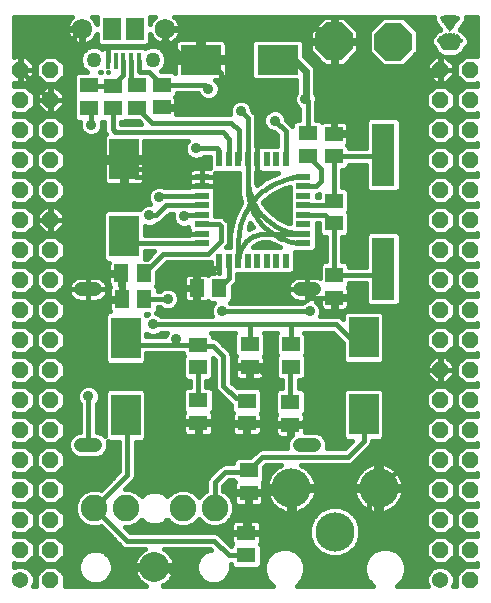
<source format=gtl>
G75*
%MOIN*%
%OFA0B0*%
%FSLAX24Y24*%
%IPPOS*%
%LPD*%
%AMOC8*
5,1,8,0,0,1.08239X$1,22.5*
%
%ADD10C,0.0540*%
%ADD11OC8,0.0540*%
%ADD12R,0.0312X0.0004*%
%ADD13R,0.0344X0.0004*%
%ADD14R,0.0368X0.0004*%
%ADD15R,0.0392X0.0004*%
%ADD16R,0.0408X0.0004*%
%ADD17R,0.0424X0.0004*%
%ADD18R,0.0432X0.0004*%
%ADD19R,0.0448X0.0004*%
%ADD20R,0.0456X0.0004*%
%ADD21R,0.0472X0.0004*%
%ADD22R,0.0480X0.0004*%
%ADD23R,0.0488X0.0004*%
%ADD24R,0.0496X0.0004*%
%ADD25R,0.0504X0.0004*%
%ADD26R,0.0512X0.0004*%
%ADD27R,0.0520X0.0004*%
%ADD28R,0.0528X0.0004*%
%ADD29R,0.0536X0.0004*%
%ADD30R,0.0536X0.0004*%
%ADD31R,0.0544X0.0004*%
%ADD32R,0.0552X0.0004*%
%ADD33R,0.0560X0.0004*%
%ADD34R,0.0560X0.0004*%
%ADD35R,0.0568X0.0004*%
%ADD36R,0.0576X0.0004*%
%ADD37R,0.0584X0.0004*%
%ADD38R,0.0592X0.0004*%
%ADD39R,0.0592X0.0004*%
%ADD40R,0.0600X0.0004*%
%ADD41R,0.0608X0.0004*%
%ADD42R,0.0608X0.0004*%
%ADD43R,0.0616X0.0004*%
%ADD44R,0.0624X0.0004*%
%ADD45R,0.0632X0.0004*%
%ADD46R,0.0632X0.0004*%
%ADD47R,0.0640X0.0004*%
%ADD48R,0.0648X0.0004*%
%ADD49R,0.0648X0.0004*%
%ADD50R,0.0656X0.0004*%
%ADD51R,0.0664X0.0004*%
%ADD52R,0.0664X0.0004*%
%ADD53R,0.0672X0.0004*%
%ADD54R,0.0680X0.0004*%
%ADD55R,0.0680X0.0004*%
%ADD56R,0.0688X0.0004*%
%ADD57R,0.0696X0.0004*%
%ADD58R,0.0700X0.0004*%
%ADD59R,0.0708X0.0004*%
%ADD60R,0.0716X0.0004*%
%ADD61R,0.0720X0.0004*%
%ADD62R,0.0720X0.0004*%
%ADD63R,0.0724X0.0004*%
%ADD64R,0.0808X0.0004*%
%ADD65R,0.0824X0.0004*%
%ADD66R,0.0832X0.0004*%
%ADD67R,0.0840X0.0004*%
%ADD68R,0.0848X0.0004*%
%ADD69R,0.0856X0.0004*%
%ADD70R,0.0860X0.0004*%
%ADD71R,0.0864X0.0004*%
%ADD72R,0.0864X0.0004*%
%ADD73R,0.0868X0.0004*%
%ADD74R,0.0872X0.0004*%
%ADD75R,0.0872X0.0004*%
%ADD76R,0.0860X0.0004*%
%ADD77R,0.0832X0.0004*%
%ADD78R,0.0824X0.0004*%
%ADD79R,0.0708X0.0004*%
%ADD80R,0.0712X0.0004*%
%ADD81R,0.0712X0.0004*%
%ADD82R,0.0700X0.0004*%
%ADD83R,0.0696X0.0004*%
%ADD84R,0.0692X0.0004*%
%ADD85R,0.0668X0.0004*%
%ADD86R,0.0660X0.0004*%
%ADD87R,0.0452X0.0004*%
%ADD88R,0.0188X0.0004*%
%ADD89R,0.0448X0.0004*%
%ADD90R,0.0440X0.0004*%
%ADD91R,0.0184X0.0004*%
%ADD92R,0.0432X0.0004*%
%ADD93R,0.0184X0.0004*%
%ADD94R,0.0424X0.0004*%
%ADD95R,0.0412X0.0004*%
%ADD96R,0.0128X0.0004*%
%ADD97R,0.0044X0.0004*%
%ADD98R,0.0400X0.0004*%
%ADD99R,0.0008X0.0004*%
%ADD100R,0.0388X0.0004*%
%ADD101R,0.0132X0.0004*%
%ADD102R,0.0360X0.0004*%
%ADD103R,0.0136X0.0004*%
%ADD104R,0.0340X0.0004*%
%ADD105R,0.0140X0.0004*%
%ADD106R,0.0328X0.0004*%
%ADD107R,0.0144X0.0004*%
%ADD108R,0.0324X0.0004*%
%ADD109R,0.0148X0.0004*%
%ADD110R,0.0320X0.0004*%
%ADD111R,0.0156X0.0004*%
%ADD112R,0.0316X0.0004*%
%ADD113R,0.0176X0.0004*%
%ADD114R,0.0080X0.0004*%
%ADD115R,0.0052X0.0004*%
%ADD116R,0.0380X0.0004*%
%ADD117R,0.0372X0.0004*%
%ADD118R,0.0356X0.0004*%
%ADD119R,0.0004X0.0004*%
%ADD120R,0.0308X0.0004*%
%ADD121R,0.0060X0.0004*%
%ADD122R,0.0240X0.0004*%
%ADD123R,0.0232X0.0004*%
%ADD124R,0.0044X0.0004*%
%ADD125R,0.0164X0.0004*%
%ADD126R,0.0056X0.0004*%
%ADD127R,0.0036X0.0004*%
%ADD128R,0.0156X0.0004*%
%ADD129R,0.0048X0.0004*%
%ADD130R,0.0024X0.0004*%
%ADD131R,0.0036X0.0004*%
%ADD132R,0.0016X0.0004*%
%ADD133R,0.0028X0.0004*%
%ADD134R,0.0012X0.0004*%
%ADD135R,0.0124X0.0004*%
%ADD136R,0.0108X0.0004*%
%ADD137R,0.0008X0.0004*%
%ADD138R,0.0092X0.0004*%
%ADD139R,0.0068X0.0004*%
%ADD140R,0.0008X0.0004*%
%ADD141R,0.0016X0.0004*%
%ADD142R,0.0024X0.0004*%
%ADD143R,0.0032X0.0004*%
%ADD144R,0.0032X0.0004*%
%ADD145R,0.0040X0.0004*%
%ADD146R,0.0056X0.0004*%
%ADD147R,0.0064X0.0004*%
%ADD148R,0.0072X0.0004*%
%ADD149R,0.0088X0.0004*%
%ADD150R,0.0096X0.0004*%
%ADD151R,0.0104X0.0004*%
%ADD152R,0.0112X0.0004*%
%ADD153R,0.0120X0.0004*%
%ADD154R,0.0124X0.0004*%
%ADD155R,0.0128X0.0004*%
%ADD156R,0.0144X0.0004*%
%ADD157R,0.0152X0.0004*%
%ADD158R,0.0152X0.0004*%
%ADD159R,0.0160X0.0004*%
%ADD160R,0.0168X0.0004*%
%ADD161R,0.0176X0.0004*%
%ADD162R,0.0184X0.0004*%
%ADD163R,0.0192X0.0004*%
%ADD164R,0.0200X0.0004*%
%ADD165R,0.0208X0.0004*%
%ADD166R,0.0216X0.0004*%
%ADD167R,0.0216X0.0004*%
%ADD168R,0.0224X0.0004*%
%ADD169R,0.0232X0.0004*%
%ADD170R,0.0240X0.0004*%
%ADD171R,0.0248X0.0004*%
%ADD172R,0.0256X0.0004*%
%ADD173R,0.0264X0.0004*%
%ADD174R,0.0272X0.0004*%
%ADD175R,0.0280X0.0004*%
%ADD176R,0.0288X0.0004*%
%ADD177R,0.0296X0.0004*%
%ADD178R,0.0304X0.0004*%
%ADD179R,0.0320X0.0004*%
%ADD180R,0.0328X0.0004*%
%ADD181R,0.0336X0.0004*%
%ADD182R,0.0336X0.0004*%
%ADD183R,0.0200X0.0004*%
%ADD184R,0.0128X0.0004*%
%ADD185R,0.0204X0.0004*%
%ADD186R,0.0216X0.0004*%
%ADD187R,0.0228X0.0004*%
%ADD188R,0.0416X0.0004*%
%ADD189R,0.0424X0.0004*%
%ADD190R,0.0428X0.0004*%
%ADD191R,0.0304X0.0004*%
%ADD192R,0.0180X0.0004*%
%ADD193R,0.0112X0.0004*%
%ADD194R,0.0176X0.0004*%
%ADD195R,0.0112X0.0004*%
%ADD196R,0.0132X0.0004*%
%ADD197R,0.0116X0.0004*%
%ADD198R,0.0332X0.0004*%
%ADD199R,0.0336X0.0004*%
%ADD200R,0.0480X0.0004*%
%ADD201R,0.0496X0.0004*%
%ADD202R,0.0512X0.0004*%
%ADD203R,0.0544X0.0004*%
%ADD204R,0.0208X0.0004*%
%ADD205R,0.0356X0.0004*%
%ADD206R,0.0208X0.0004*%
%ADD207R,0.0364X0.0004*%
%ADD208R,0.0212X0.0004*%
%ADD209R,0.0368X0.0004*%
%ADD210R,0.0220X0.0004*%
%ADD211R,0.0600X0.0004*%
%ADD212R,0.0356X0.0004*%
%ADD213R,0.0228X0.0004*%
%ADD214R,0.0236X0.0004*%
%ADD215R,0.0360X0.0004*%
%ADD216R,0.0368X0.0004*%
%ADD217R,0.0244X0.0004*%
%ADD218R,0.0252X0.0004*%
%ADD219R,0.0376X0.0004*%
%ADD220R,0.0672X0.0004*%
%ADD221R,0.0624X0.0004*%
%ADD222R,0.0596X0.0004*%
%ADD223R,0.0552X0.0004*%
%ADD224R,0.0456X0.0004*%
%ADD225R,0.0384X0.0004*%
%ADD226R,0.0352X0.0004*%
%ADD227R,0.0188X0.0004*%
%ADD228R,0.0108X0.0004*%
%ADD229R,0.0220X0.0500*%
%ADD230R,0.0500X0.0220*%
%ADD231C,0.1000*%
%ADD232C,0.0886*%
%ADD233C,0.1306*%
%ADD234R,0.0157X0.0531*%
%ADD235R,0.0591X0.0748*%
%ADD236C,0.0679*%
%ADD237C,0.0502*%
%ADD238R,0.0630X0.0512*%
%ADD239R,0.0591X0.0512*%
%ADD240R,0.0512X0.0591*%
%ADD241R,0.0984X0.1378*%
%ADD242R,0.1378X0.0984*%
%ADD243R,0.0760X0.2100*%
%ADD244OC8,0.1250*%
%ADD245C,0.0472*%
%ADD246C,0.0160*%
%ADD247C,0.0356*%
%ADD248C,0.0240*%
D10*
X004199Y003811D03*
X018199Y003811D03*
D11*
X018199Y004811D03*
X018199Y005811D03*
X018199Y006811D03*
X018199Y007811D03*
X018199Y008811D03*
X018199Y009811D03*
X018199Y010811D03*
X018199Y011811D03*
X018199Y012811D03*
X018199Y013811D03*
X018199Y014811D03*
X018199Y015811D03*
X018199Y016811D03*
X018199Y017811D03*
X018199Y018811D03*
X018199Y019811D03*
X018199Y020811D03*
X019199Y020811D03*
X019199Y019811D03*
X019199Y018811D03*
X019199Y017811D03*
X019199Y016811D03*
X019199Y015811D03*
X019199Y014811D03*
X019199Y013811D03*
X019199Y012811D03*
X019199Y011811D03*
X019199Y010811D03*
X019199Y009811D03*
X019199Y008811D03*
X019199Y007811D03*
X019199Y006811D03*
X019199Y005811D03*
X019199Y004811D03*
X019199Y003811D03*
X005199Y003811D03*
X005199Y004811D03*
X005199Y005811D03*
X005199Y006811D03*
X005199Y007811D03*
X005199Y008811D03*
X005199Y009811D03*
X005199Y010811D03*
X005199Y011811D03*
X005199Y012811D03*
X005199Y013811D03*
X005199Y014811D03*
X005199Y015811D03*
X005199Y016811D03*
X005199Y017811D03*
X005199Y018811D03*
X005199Y019811D03*
X005199Y020811D03*
X004199Y020811D03*
X004199Y019811D03*
X004199Y018811D03*
X004199Y017811D03*
X004199Y016811D03*
X004199Y015811D03*
X004199Y014811D03*
X004199Y013811D03*
X004199Y012811D03*
X004199Y011811D03*
X004199Y010811D03*
X004199Y009811D03*
X004199Y008811D03*
X004199Y007811D03*
X004199Y006811D03*
X004199Y005811D03*
X004199Y004811D03*
D12*
X018509Y021458D03*
X018513Y021970D03*
X018509Y022270D03*
X018509Y022274D03*
D13*
X018509Y021462D03*
D14*
X018509Y021466D03*
D15*
X018509Y021470D03*
X018485Y021954D03*
D16*
X018509Y022334D03*
X018509Y022338D03*
X018509Y022594D03*
X018509Y021474D03*
D17*
X018509Y021478D03*
D18*
X018509Y021482D03*
X018509Y022354D03*
X018509Y022590D03*
D19*
X018509Y021486D03*
D20*
X018509Y021490D03*
D21*
X018509Y021494D03*
D22*
X018509Y021498D03*
X018509Y022582D03*
D23*
X018509Y022390D03*
X018509Y021502D03*
D24*
X018509Y021506D03*
D25*
X018509Y021510D03*
X018509Y022402D03*
D26*
X018509Y022574D03*
X018509Y021514D03*
D27*
X018509Y021518D03*
X018509Y022410D03*
X018509Y022414D03*
D28*
X018509Y022418D03*
X018509Y021522D03*
D29*
X018509Y021526D03*
D30*
X018509Y021530D03*
X018509Y022422D03*
X018509Y022570D03*
D31*
X018509Y022430D03*
X018509Y021534D03*
D32*
X018509Y021538D03*
X018509Y022434D03*
D33*
X018509Y022438D03*
X018509Y021542D03*
D34*
X018509Y021546D03*
D35*
X018509Y021550D03*
X018509Y022442D03*
X018509Y022562D03*
D36*
X018509Y021558D03*
X018509Y021554D03*
D37*
X018509Y021562D03*
X018509Y022558D03*
D38*
X018509Y021566D03*
D39*
X018509Y021570D03*
D40*
X018509Y021574D03*
X018509Y021578D03*
D41*
X018509Y021582D03*
X018509Y022550D03*
D42*
X018509Y021586D03*
D43*
X018509Y021590D03*
X018509Y021594D03*
D44*
X018509Y021598D03*
X018509Y021602D03*
D45*
X018509Y021606D03*
D46*
X018509Y021610D03*
X018509Y022542D03*
D47*
X018509Y021618D03*
X018509Y021614D03*
D48*
X018509Y021622D03*
X018509Y021630D03*
X018509Y022538D03*
D49*
X018509Y021626D03*
D50*
X018509Y021634D03*
X018509Y021638D03*
X018509Y022502D03*
X018509Y022534D03*
D51*
X018509Y022530D03*
X018509Y022510D03*
X018509Y021642D03*
D52*
X018509Y021646D03*
X018509Y022506D03*
D53*
X018509Y022514D03*
X018513Y021882D03*
X018509Y021658D03*
X018509Y021654D03*
X018509Y021650D03*
D54*
X018509Y021662D03*
X018509Y021878D03*
X018509Y022518D03*
X018509Y022522D03*
D55*
X018509Y021666D03*
D56*
X018509Y021670D03*
X018509Y021674D03*
X018509Y021874D03*
D57*
X018509Y021682D03*
X018509Y021678D03*
D58*
X018511Y021686D03*
D59*
X018511Y021690D03*
X018511Y021694D03*
D60*
X018511Y021698D03*
X018511Y021702D03*
D61*
X018509Y021706D03*
D62*
X018509Y021710D03*
D63*
X018507Y021714D03*
D64*
X018509Y021718D03*
X018509Y021810D03*
D65*
X018509Y021722D03*
D66*
X018509Y021726D03*
D67*
X018509Y021730D03*
X018509Y021798D03*
D68*
X018509Y021794D03*
X018509Y021734D03*
D69*
X018509Y021738D03*
X018509Y021790D03*
D70*
X018507Y021742D03*
D71*
X018509Y021746D03*
D72*
X018509Y021750D03*
X018509Y021778D03*
X018509Y021782D03*
D73*
X018507Y021774D03*
X018507Y021758D03*
X018507Y021754D03*
D74*
X018509Y021762D03*
X018509Y021770D03*
D75*
X018509Y021766D03*
D76*
X018507Y021786D03*
D77*
X018509Y021802D03*
D78*
X018509Y021806D03*
D79*
X018499Y021842D03*
X018503Y021854D03*
D80*
X018501Y021846D03*
D81*
X018501Y021850D03*
D82*
X018503Y021858D03*
X018503Y021862D03*
D83*
X018505Y021866D03*
D84*
X018507Y021870D03*
D85*
X018515Y021886D03*
D86*
X018515Y021890D03*
X018515Y021894D03*
D87*
X018615Y021898D03*
D88*
X018283Y021914D03*
X018279Y021902D03*
X018279Y021898D03*
D89*
X018617Y021902D03*
D90*
X018617Y021906D03*
D91*
X018281Y021906D03*
D92*
X018617Y021910D03*
D93*
X018281Y021910D03*
D94*
X018621Y021914D03*
D95*
X018623Y021918D03*
D96*
X018321Y021922D03*
X018317Y021918D03*
X018401Y022294D03*
X018397Y022298D03*
D97*
X018211Y021918D03*
D98*
X018625Y021922D03*
X018509Y022330D03*
D99*
X018509Y022070D03*
X018193Y021922D03*
D100*
X018627Y021926D03*
D101*
X018327Y021926D03*
X018671Y022366D03*
D102*
X018621Y022454D03*
X018637Y021930D03*
D103*
X018509Y021998D03*
X018509Y022154D03*
X018389Y022314D03*
X018329Y021930D03*
D104*
X018643Y021934D03*
D105*
X018335Y021934D03*
X018387Y022318D03*
D106*
X018577Y022374D03*
X018641Y021938D03*
D107*
X018341Y021938D03*
D108*
X018639Y021942D03*
D109*
X018511Y021994D03*
X018347Y021942D03*
D110*
X018633Y021946D03*
X018509Y022606D03*
D111*
X018391Y022326D03*
X018355Y021946D03*
D112*
X018627Y021950D03*
D113*
X018373Y021950D03*
D114*
X018509Y022114D03*
X018509Y022118D03*
X018737Y021954D03*
D115*
X018735Y021958D03*
X018635Y021982D03*
D116*
X018487Y021958D03*
D117*
X018491Y021962D03*
D118*
X018495Y021966D03*
X018615Y022446D03*
D119*
X018343Y021970D03*
D120*
X018515Y021974D03*
D121*
X018635Y021978D03*
D122*
X018481Y021978D03*
X018509Y022222D03*
X018709Y022490D03*
X018509Y022614D03*
D123*
X018697Y022470D03*
X018701Y022474D03*
X018481Y021982D03*
D124*
X018639Y021986D03*
D125*
X018511Y021986D03*
D126*
X018397Y021986D03*
D127*
X018639Y021990D03*
D128*
X018511Y021990D03*
D129*
X018509Y022094D03*
X018393Y021990D03*
D130*
X018641Y021994D03*
D131*
X018511Y022018D03*
X018391Y021994D03*
D132*
X018385Y022002D03*
X018641Y021998D03*
D133*
X018387Y021998D03*
D134*
X018643Y022002D03*
D135*
X018511Y022002D03*
X018667Y022358D03*
X018335Y022382D03*
D136*
X018511Y022006D03*
D137*
X018381Y022006D03*
D138*
X018511Y022010D03*
D139*
X018511Y022014D03*
D140*
X018509Y022066D03*
D141*
X018509Y022074D03*
D142*
X018509Y022078D03*
D143*
X018509Y022082D03*
D144*
X018509Y022086D03*
D145*
X018509Y022090D03*
D146*
X018509Y022098D03*
X018509Y022102D03*
D147*
X018509Y022106D03*
D148*
X018509Y022110D03*
D149*
X018509Y022122D03*
D150*
X018509Y022126D03*
D151*
X018509Y022130D03*
X018509Y022134D03*
D152*
X018509Y022138D03*
D153*
X018509Y022142D03*
X018333Y022378D03*
D154*
X018511Y022146D03*
D155*
X018509Y022150D03*
X018393Y022302D03*
X018389Y022310D03*
X018669Y022362D03*
D156*
X018509Y022158D03*
X018389Y022322D03*
D157*
X018509Y022162D03*
D158*
X018509Y022166D03*
D159*
X018509Y022170D03*
D160*
X018509Y022174D03*
X018509Y022178D03*
D161*
X018509Y022182D03*
D162*
X018509Y022186D03*
D163*
X018509Y022190D03*
X018509Y022194D03*
D164*
X018509Y022198D03*
X018581Y022294D03*
X018585Y022298D03*
X018589Y022302D03*
D165*
X018593Y022314D03*
X018509Y022202D03*
D166*
X018509Y022206D03*
D167*
X018509Y022210D03*
D168*
X018509Y022214D03*
D169*
X018509Y022218D03*
X018705Y022482D03*
D170*
X018509Y022226D03*
D171*
X018509Y022230D03*
D172*
X018509Y022234D03*
D173*
X018509Y022238D03*
X018509Y022242D03*
D174*
X018509Y022246D03*
D175*
X018509Y022250D03*
X018509Y022610D03*
D176*
X018509Y022258D03*
X018509Y022254D03*
D177*
X018509Y022262D03*
D178*
X018509Y022266D03*
D179*
X018509Y022278D03*
D180*
X018509Y022282D03*
D181*
X018509Y022286D03*
D182*
X018509Y022290D03*
D183*
X018589Y022306D03*
D184*
X018393Y022306D03*
D185*
X018323Y022450D03*
X018591Y022310D03*
D186*
X018593Y022318D03*
X018593Y022322D03*
D187*
X018591Y022326D03*
D188*
X018509Y022342D03*
D189*
X018509Y022346D03*
D190*
X018507Y022350D03*
D191*
X018441Y022358D03*
D192*
X018499Y022362D03*
X018503Y022370D03*
D193*
X018341Y022362D03*
X018337Y022370D03*
D194*
X018501Y022366D03*
D195*
X018337Y022366D03*
D196*
X018671Y022370D03*
D197*
X018335Y022374D03*
D198*
X018579Y022378D03*
D199*
X018577Y022382D03*
D200*
X018509Y022386D03*
D201*
X018509Y022394D03*
X018509Y022398D03*
X018509Y022578D03*
D202*
X018509Y022406D03*
D203*
X018509Y022426D03*
D204*
X018329Y022446D03*
D205*
X018379Y022474D03*
X018379Y022478D03*
X018619Y022450D03*
D206*
X018321Y022454D03*
D207*
X018623Y022458D03*
D208*
X018319Y022458D03*
D209*
X018621Y022462D03*
D210*
X018323Y022462D03*
D211*
X018509Y022466D03*
D212*
X018383Y022470D03*
X018375Y022482D03*
D213*
X018703Y022478D03*
D214*
X018707Y022486D03*
D215*
X018373Y022486D03*
D216*
X018373Y022490D03*
X018373Y022494D03*
D217*
X018707Y022494D03*
D218*
X018707Y022498D03*
D219*
X018373Y022498D03*
D220*
X018509Y022526D03*
D221*
X018509Y022546D03*
D222*
X018507Y022554D03*
D223*
X018509Y022566D03*
D224*
X018509Y022586D03*
D225*
X018509Y022598D03*
D226*
X018509Y022602D03*
D227*
X018511Y022618D03*
D228*
X018507Y022622D03*
D229*
X013036Y017831D03*
X012721Y017831D03*
X012406Y017831D03*
X012091Y017831D03*
X011776Y017831D03*
X011461Y017831D03*
X011146Y017831D03*
X010831Y017831D03*
X010831Y014451D03*
X011146Y014451D03*
X011461Y014451D03*
X011776Y014451D03*
X012091Y014451D03*
X012406Y014451D03*
X012721Y014451D03*
X013036Y014451D03*
D230*
X013624Y015038D03*
X013624Y015353D03*
X013624Y015668D03*
X013624Y015983D03*
X013624Y016298D03*
X013624Y016613D03*
X013624Y016928D03*
X013624Y017243D03*
X010244Y017243D03*
X010244Y016928D03*
X010244Y016613D03*
X010244Y016298D03*
X010244Y015983D03*
X010244Y015668D03*
X010244Y015353D03*
X010244Y015038D03*
D231*
X008663Y004239D03*
D232*
X009608Y006207D03*
X010671Y006207D03*
X007718Y006207D03*
X006655Y006207D03*
D233*
X013222Y006872D03*
X014679Y005416D03*
X016135Y006872D03*
D234*
X008140Y021122D03*
X007884Y021122D03*
X007629Y021122D03*
X007373Y021122D03*
X007117Y021122D03*
D235*
X007235Y022172D03*
X008022Y022176D03*
D236*
X009007Y022176D03*
X006251Y022176D03*
D237*
X006644Y021142D03*
X008613Y021142D03*
D238*
X008084Y020295D03*
X008084Y019547D03*
X007284Y019537D03*
X007284Y020285D03*
X006474Y020290D03*
X006474Y019542D03*
X011844Y011670D03*
X011844Y010922D03*
X011739Y009775D03*
X011739Y009027D03*
X011804Y007460D03*
X011804Y006712D03*
X011724Y005375D03*
X011724Y004627D03*
X013189Y008987D03*
X013189Y009735D03*
X010119Y009795D03*
X010119Y009047D03*
X014649Y015697D03*
X014649Y016445D03*
X013774Y017942D03*
X013774Y018690D03*
D239*
X014649Y018680D03*
X014649Y017932D03*
X014664Y013970D03*
X014664Y013222D03*
X013209Y011665D03*
X013209Y010917D03*
X010119Y010907D03*
X010119Y011655D03*
X008909Y019557D03*
X008909Y020305D03*
D240*
X008308Y014026D03*
X008333Y013161D03*
X007585Y013161D03*
X007560Y014026D03*
X010080Y013541D03*
X010828Y013541D03*
D241*
X007704Y011870D03*
X007704Y009311D03*
X007649Y015276D03*
X007649Y017835D03*
X015639Y011890D03*
X015639Y009331D03*
D242*
X012768Y021156D03*
X010209Y021156D03*
D243*
X016289Y017981D03*
X016289Y014181D03*
D244*
X016629Y021756D03*
X014660Y021760D03*
D245*
X013990Y013506D02*
X013517Y013506D01*
X013517Y008306D02*
X013990Y008306D01*
X006690Y008306D02*
X006217Y008306D01*
X006217Y013506D02*
X006690Y013506D01*
D246*
X003989Y004357D02*
X003989Y004232D01*
X004106Y004281D01*
X004293Y004281D01*
X004466Y004209D01*
X004598Y004077D01*
X004669Y003904D01*
X004669Y003717D01*
X004627Y003616D01*
X004730Y003616D01*
X004729Y003616D01*
X004729Y004005D01*
X005005Y004281D01*
X005394Y004281D01*
X005669Y004005D01*
X005669Y003616D01*
X005669Y003616D01*
X008390Y003616D01*
X008362Y003627D01*
X008284Y003672D01*
X008214Y003726D01*
X008151Y003789D01*
X008096Y003860D01*
X008052Y003937D01*
X008018Y004020D01*
X007995Y004106D01*
X007986Y004171D01*
X008595Y004171D01*
X008595Y004306D01*
X007986Y004306D01*
X007995Y004372D01*
X008018Y004458D01*
X008052Y004540D01*
X008096Y004617D01*
X008151Y004688D01*
X008214Y004751D01*
X008284Y004805D01*
X008337Y004836D01*
X007691Y004836D01*
X007588Y004878D01*
X006867Y005599D01*
X006783Y005564D01*
X006527Y005564D01*
X006291Y005662D01*
X006110Y005843D01*
X006012Y006079D01*
X006012Y006335D01*
X006110Y006571D01*
X006291Y006752D01*
X006527Y006850D01*
X006783Y006850D01*
X006867Y006815D01*
X007479Y007427D01*
X007479Y008422D01*
X007129Y008422D01*
X007103Y008448D01*
X007126Y008392D01*
X007126Y008219D01*
X007060Y008058D01*
X006937Y007936D01*
X006777Y007869D01*
X006131Y007869D01*
X005970Y007936D01*
X005848Y008058D01*
X005781Y008219D01*
X005781Y008392D01*
X005848Y008553D01*
X005970Y008675D01*
X006131Y008742D01*
X006184Y008742D01*
X006184Y009671D01*
X006143Y009711D01*
X006085Y009850D01*
X006085Y010001D01*
X006143Y010140D01*
X006249Y010246D01*
X006388Y010304D01*
X006539Y010304D01*
X006678Y010246D01*
X006784Y010140D01*
X006842Y010001D01*
X006842Y009850D01*
X006784Y009711D01*
X006744Y009671D01*
X006744Y008742D01*
X006777Y008742D01*
X006937Y008675D01*
X007011Y008601D01*
X007011Y010083D01*
X007129Y010200D01*
X008279Y010200D01*
X008396Y010083D01*
X008396Y008539D01*
X008279Y008422D01*
X008039Y008422D01*
X008039Y007255D01*
X007996Y007152D01*
X007917Y007073D01*
X007694Y006850D01*
X007846Y006850D01*
X008082Y006752D01*
X008238Y006596D01*
X008337Y006695D01*
X008549Y006782D01*
X008777Y006782D01*
X008989Y006695D01*
X009088Y006596D01*
X009244Y006752D01*
X009480Y006850D01*
X009736Y006850D01*
X009972Y006752D01*
X010139Y006585D01*
X010307Y006752D01*
X010391Y006787D01*
X010391Y007114D01*
X010433Y007216D01*
X010791Y007574D01*
X010870Y007653D01*
X010973Y007696D01*
X011289Y007696D01*
X011289Y007798D01*
X011406Y007916D01*
X011864Y007916D01*
X012101Y008153D01*
X012204Y008196D01*
X013091Y008196D01*
X013081Y008219D01*
X013081Y008392D01*
X013148Y008553D01*
X013237Y008642D01*
X013237Y008939D01*
X013237Y009035D01*
X013684Y009035D01*
X013684Y009266D01*
X013671Y009312D01*
X013652Y009345D01*
X013704Y009396D01*
X013704Y010073D01*
X013586Y010191D01*
X013469Y010191D01*
X013469Y010461D01*
X013587Y010461D01*
X013704Y010578D01*
X013704Y011255D01*
X013669Y011291D01*
X013704Y011326D01*
X013704Y012003D01*
X013662Y012046D01*
X014602Y012046D01*
X014946Y011701D01*
X014946Y011118D01*
X015064Y011001D01*
X016214Y011001D01*
X016331Y011118D01*
X016331Y012662D01*
X016214Y012779D01*
X015064Y012779D01*
X014946Y012662D01*
X014946Y012493D01*
X014877Y012563D01*
X014774Y012606D01*
X014187Y012606D01*
X014222Y012690D01*
X014222Y012841D01*
X014164Y012980D01*
X014058Y013086D01*
X014042Y013093D01*
X014087Y013100D01*
X014150Y013120D01*
X014188Y013140D01*
X014188Y012942D01*
X014201Y012896D01*
X014224Y012855D01*
X014258Y012822D01*
X014299Y012798D01*
X014345Y012786D01*
X014616Y012786D01*
X014616Y013174D01*
X014712Y013174D01*
X014712Y013270D01*
X015139Y013270D01*
X015139Y013501D01*
X015127Y013547D01*
X015108Y013580D01*
X015159Y013631D01*
X015159Y013690D01*
X015709Y013690D01*
X015709Y013048D01*
X015826Y012931D01*
X016751Y012931D01*
X016869Y013048D01*
X016869Y015313D01*
X016751Y015431D01*
X015826Y015431D01*
X015709Y015313D01*
X015709Y014250D01*
X015159Y014250D01*
X015159Y014308D01*
X015042Y014426D01*
X014929Y014426D01*
X014929Y015241D01*
X015046Y015241D01*
X015164Y015358D01*
X015164Y016035D01*
X015128Y016071D01*
X015164Y016106D01*
X015164Y016783D01*
X015046Y016901D01*
X014929Y016901D01*
X014929Y017476D01*
X015027Y017476D01*
X015144Y017593D01*
X015144Y017652D01*
X015709Y017652D01*
X015709Y016848D01*
X015826Y016731D01*
X016751Y016731D01*
X016869Y016848D01*
X016869Y019113D01*
X016751Y019231D01*
X015826Y019231D01*
X015709Y019113D01*
X015709Y018212D01*
X015144Y018212D01*
X015144Y018270D01*
X015093Y018321D01*
X015112Y018354D01*
X015124Y018400D01*
X015124Y018632D01*
X014697Y018632D01*
X014697Y018728D01*
X014601Y018728D01*
X014601Y019116D01*
X014330Y019116D01*
X014284Y019103D01*
X014243Y019080D01*
X014240Y019077D01*
X014171Y019146D01*
X014054Y019146D01*
X014054Y019722D01*
X014072Y019765D01*
X014072Y019916D01*
X014024Y020032D01*
X014024Y020839D01*
X013975Y020957D01*
X013885Y021047D01*
X013657Y021275D01*
X013657Y021731D01*
X013540Y021848D01*
X011996Y021848D01*
X011879Y021731D01*
X011879Y020581D01*
X011996Y020463D01*
X013384Y020463D01*
X013384Y020065D01*
X013373Y020055D01*
X013315Y019916D01*
X013315Y019765D01*
X013373Y019626D01*
X013479Y019520D01*
X013494Y019514D01*
X013494Y019146D01*
X013376Y019146D01*
X013259Y019028D01*
X013259Y018932D01*
X013057Y019133D01*
X013057Y019191D01*
X012999Y019330D01*
X012893Y019436D01*
X012754Y019494D01*
X012603Y019494D01*
X012464Y019436D01*
X012358Y019330D01*
X012300Y019191D01*
X012300Y019040D01*
X012358Y018901D01*
X012464Y018795D01*
X012603Y018737D01*
X012661Y018737D01*
X012756Y018642D01*
X012756Y018281D01*
X012213Y018281D01*
X012193Y018261D01*
X012091Y018261D01*
X012056Y018261D01*
X012056Y019269D01*
X012013Y019372D01*
X011927Y019458D01*
X011927Y019516D01*
X011869Y019655D01*
X011763Y019761D01*
X011624Y019819D01*
X011473Y019819D01*
X011334Y019761D01*
X011228Y019655D01*
X011170Y019516D01*
X011170Y019365D01*
X011187Y019326D01*
X009384Y019326D01*
X009384Y019509D01*
X008957Y019509D01*
X008957Y019605D01*
X009384Y019605D01*
X009384Y019836D01*
X009372Y019882D01*
X009353Y019915D01*
X009404Y019966D01*
X009404Y020025D01*
X010119Y020025D01*
X010143Y019966D01*
X010249Y019860D01*
X010388Y019802D01*
X010539Y019802D01*
X010678Y019860D01*
X010784Y019966D01*
X010842Y020105D01*
X010842Y020256D01*
X010784Y020395D01*
X010695Y020483D01*
X010922Y020483D01*
X010968Y020496D01*
X011009Y020519D01*
X011042Y020553D01*
X011066Y020594D01*
X011078Y020640D01*
X011078Y021076D01*
X010289Y021076D01*
X010289Y021236D01*
X010129Y021236D01*
X010129Y021828D01*
X009496Y021828D01*
X009451Y021815D01*
X009410Y021792D01*
X009376Y021758D01*
X009352Y021717D01*
X009340Y021671D01*
X009340Y021236D01*
X010129Y021236D01*
X010129Y021076D01*
X009340Y021076D01*
X009340Y020707D01*
X009287Y020761D01*
X008869Y020761D01*
X008995Y020887D01*
X009064Y021052D01*
X009064Y021232D01*
X008995Y021398D01*
X008868Y021524D01*
X008703Y021593D01*
X008523Y021593D01*
X008363Y021527D01*
X008302Y021588D01*
X007211Y021588D01*
X007191Y021568D01*
X007117Y021568D01*
X007117Y021494D01*
X007117Y021494D01*
X007117Y021568D01*
X007014Y021568D01*
X006969Y021556D01*
X006928Y021532D01*
X006910Y021514D01*
X006900Y021524D01*
X006734Y021593D01*
X006555Y021593D01*
X006389Y021524D01*
X006262Y021398D01*
X006193Y021232D01*
X006193Y021052D01*
X006262Y020887D01*
X006389Y020760D01*
X006423Y020746D01*
X006076Y020746D01*
X005959Y020628D01*
X005959Y019951D01*
X005994Y019916D01*
X005959Y019880D01*
X005959Y019203D01*
X006076Y019086D01*
X006188Y019086D01*
X006175Y019056D01*
X006175Y018905D01*
X006233Y018766D01*
X006339Y018660D01*
X006478Y018602D01*
X006629Y018602D01*
X006768Y018660D01*
X006874Y018766D01*
X006932Y018905D01*
X006932Y019056D01*
X006921Y019081D01*
X006989Y019081D01*
X006989Y018770D01*
X007031Y018667D01*
X007038Y018660D01*
X007012Y018635D01*
X006989Y018594D01*
X006976Y018548D01*
X006976Y017915D01*
X007569Y017915D01*
X007569Y017755D01*
X007729Y017755D01*
X007729Y017915D01*
X008321Y017915D01*
X008321Y018451D01*
X009769Y018451D01*
X009733Y018415D01*
X009675Y018276D01*
X009675Y018125D01*
X009733Y017986D01*
X009839Y017880D01*
X009978Y017822D01*
X010129Y017822D01*
X010268Y017880D01*
X010308Y017921D01*
X010521Y017921D01*
X010521Y017532D01*
X010517Y017533D01*
X010244Y017533D01*
X010244Y017243D01*
X010674Y017243D01*
X010674Y017377D01*
X010673Y017381D01*
X011496Y017381D01*
X011496Y016646D01*
X011552Y016400D01*
X011542Y016388D01*
X011304Y015892D01*
X011181Y015356D01*
X011181Y014901D01*
X011060Y014901D01*
X011111Y014952D01*
X011154Y015055D01*
X011154Y015666D01*
X011111Y015769D01*
X011032Y015848D01*
X010975Y015906D01*
X010872Y015948D01*
X010694Y015948D01*
X010694Y016806D01*
X010674Y016826D01*
X010674Y016928D01*
X010674Y017062D01*
X010667Y017085D01*
X010674Y017109D01*
X010674Y017243D01*
X010244Y017243D01*
X010244Y017243D01*
X010244Y017243D01*
X010244Y016928D01*
X010674Y016928D01*
X010244Y016928D01*
X010244Y016928D01*
X010244Y016928D01*
X009849Y016928D01*
X009534Y017243D01*
X008051Y017243D01*
X007744Y017551D01*
X007744Y017656D01*
X007889Y017511D01*
X009334Y017511D01*
X009534Y017243D02*
X010244Y017243D01*
X010244Y017243D01*
X010244Y017533D01*
X009970Y017533D01*
X009924Y017521D01*
X009883Y017497D01*
X009850Y017463D01*
X009826Y017422D01*
X009814Y017377D01*
X009814Y017243D01*
X010244Y017243D01*
X010244Y016953D01*
X010244Y016928D01*
X009814Y016928D01*
X010244Y016928D01*
X010244Y016928D01*
X010244Y017045D02*
X010244Y017045D01*
X010244Y017204D02*
X010244Y017204D01*
X010244Y017243D02*
X009814Y017243D01*
X009814Y017109D01*
X009820Y017085D01*
X009814Y017062D01*
X009814Y016928D01*
X009814Y016893D01*
X009011Y016893D01*
X008889Y016944D01*
X008738Y016944D01*
X008599Y016886D01*
X008493Y016780D01*
X008435Y016641D01*
X008435Y016490D01*
X008493Y016351D01*
X008501Y016344D01*
X008418Y016344D01*
X008279Y016286D01*
X008173Y016180D01*
X008167Y016165D01*
X007074Y016165D01*
X006956Y016048D01*
X006956Y014504D01*
X007074Y014387D01*
X007135Y014387D01*
X007124Y014345D01*
X007124Y014074D01*
X007512Y014074D01*
X007512Y013978D01*
X007608Y013978D01*
X007608Y013550D01*
X007633Y013550D01*
X007633Y013209D01*
X007537Y013209D01*
X007537Y013636D01*
X007512Y013636D01*
X007512Y013978D01*
X007124Y013978D01*
X007124Y013707D01*
X007136Y013661D01*
X007160Y013620D01*
X007193Y013586D01*
X007200Y013582D01*
X007185Y013566D01*
X007161Y013525D01*
X007149Y013480D01*
X007149Y013209D01*
X007537Y013209D01*
X007537Y013113D01*
X007149Y013113D01*
X007149Y012842D01*
X007161Y012796D01*
X007182Y012759D01*
X007129Y012759D01*
X007011Y012642D01*
X007011Y011098D01*
X007129Y010981D01*
X008279Y010981D01*
X008396Y011098D01*
X008396Y011375D01*
X009623Y011375D01*
X009623Y011316D01*
X009659Y011281D01*
X009623Y011245D01*
X009623Y010568D01*
X009740Y010451D01*
X009839Y010451D01*
X009839Y010251D01*
X009721Y010251D01*
X009604Y010133D01*
X009604Y009456D01*
X009655Y009405D01*
X009636Y009372D01*
X009624Y009326D01*
X009624Y009095D01*
X010071Y009095D01*
X010071Y008999D01*
X010167Y008999D01*
X010167Y009095D01*
X010614Y009095D01*
X010614Y009326D01*
X010601Y009372D01*
X010582Y009405D01*
X010634Y009456D01*
X010634Y010133D01*
X010516Y010251D01*
X010399Y010251D01*
X010399Y010451D01*
X010497Y010451D01*
X010614Y010568D01*
X010614Y011214D01*
X010674Y011155D01*
X010674Y010230D01*
X010716Y010127D01*
X011151Y009692D01*
X011162Y009674D01*
X011190Y009653D01*
X011215Y009628D01*
X011224Y009625D01*
X011224Y009436D01*
X011275Y009385D01*
X011256Y009352D01*
X011244Y009306D01*
X011244Y009075D01*
X011691Y009075D01*
X011691Y008979D01*
X011787Y008979D01*
X011787Y009075D01*
X012234Y009075D01*
X012234Y009306D01*
X012221Y009352D01*
X012202Y009385D01*
X012254Y009436D01*
X012254Y010113D01*
X012136Y010231D01*
X011405Y010231D01*
X011234Y010402D01*
X011234Y011326D01*
X011191Y011429D01*
X011112Y011508D01*
X010767Y011853D01*
X010664Y011896D01*
X010614Y011896D01*
X010614Y011993D01*
X010562Y012046D01*
X011366Y012046D01*
X011329Y012008D01*
X011329Y011331D01*
X011380Y011280D01*
X011361Y011247D01*
X011349Y011201D01*
X011349Y010970D01*
X011796Y010970D01*
X011796Y010874D01*
X011892Y010874D01*
X011892Y010970D01*
X012339Y010970D01*
X012339Y011201D01*
X012326Y011247D01*
X012307Y011280D01*
X012359Y011331D01*
X012359Y012008D01*
X012321Y012046D01*
X012756Y012046D01*
X012713Y012003D01*
X012713Y011326D01*
X012749Y011291D01*
X012713Y011255D01*
X012713Y010578D01*
X012830Y010461D01*
X012909Y010461D01*
X012909Y010191D01*
X012791Y010191D01*
X012674Y010073D01*
X012674Y009396D01*
X012725Y009345D01*
X012706Y009312D01*
X012694Y009266D01*
X012694Y009035D01*
X013141Y009035D01*
X013141Y008939D01*
X013237Y008939D01*
X013684Y008939D01*
X013684Y008742D01*
X014077Y008742D01*
X014237Y008675D01*
X014360Y008553D01*
X014426Y008392D01*
X014426Y008219D01*
X014416Y008196D01*
X015008Y008196D01*
X015254Y008442D01*
X015064Y008442D01*
X014946Y008559D01*
X014946Y010103D01*
X015064Y010220D01*
X016214Y010220D01*
X016331Y010103D01*
X016331Y008559D01*
X016214Y008442D01*
X015919Y008442D01*
X015919Y008375D01*
X015876Y008272D01*
X015797Y008193D01*
X015797Y008193D01*
X015361Y007757D01*
X015361Y007757D01*
X015282Y007678D01*
X015179Y007636D01*
X013555Y007636D01*
X013591Y007621D01*
X013686Y007566D01*
X013772Y007500D01*
X013849Y007423D01*
X013916Y007336D01*
X013970Y007241D01*
X014012Y007141D01*
X014040Y007035D01*
X014051Y006952D01*
X013302Y006952D01*
X013302Y006792D01*
X013302Y006043D01*
X013385Y006054D01*
X013490Y006082D01*
X013591Y006124D01*
X013686Y006178D01*
X013772Y006245D01*
X013849Y006322D01*
X013916Y006409D01*
X013970Y006503D01*
X014012Y006604D01*
X014040Y006709D01*
X014051Y006792D01*
X013302Y006792D01*
X013142Y006792D01*
X013142Y006043D01*
X013059Y006054D01*
X012954Y006082D01*
X012853Y006124D01*
X012758Y006178D01*
X012672Y006245D01*
X012594Y006322D01*
X012528Y006409D01*
X012473Y006503D01*
X012432Y006604D01*
X012403Y006709D01*
X012392Y006792D01*
X013142Y006792D01*
X013142Y006952D01*
X012392Y006952D01*
X012403Y007035D01*
X012432Y007141D01*
X012473Y007241D01*
X012528Y007336D01*
X012594Y007423D01*
X012672Y007500D01*
X012758Y007566D01*
X012853Y007621D01*
X012889Y007636D01*
X012376Y007636D01*
X012319Y007579D01*
X012319Y007121D01*
X012267Y007070D01*
X012286Y007037D01*
X012299Y006991D01*
X012299Y006760D01*
X011852Y006760D01*
X011852Y006664D01*
X012299Y006664D01*
X012299Y006432D01*
X012286Y006386D01*
X012263Y006345D01*
X012229Y006312D01*
X012188Y006288D01*
X012142Y006276D01*
X011852Y006276D01*
X011852Y006664D01*
X011756Y006664D01*
X011756Y006276D01*
X011465Y006276D01*
X011419Y006288D01*
X011378Y006312D01*
X011345Y006345D01*
X011321Y006386D01*
X011309Y006432D01*
X011309Y006664D01*
X011756Y006664D01*
X011756Y006760D01*
X011309Y006760D01*
X011309Y006991D01*
X011321Y007037D01*
X011340Y007070D01*
X011289Y007121D01*
X011289Y007136D01*
X011145Y007136D01*
X010951Y006942D01*
X010951Y006787D01*
X011035Y006752D01*
X011216Y006571D01*
X011314Y006335D01*
X011314Y006079D01*
X011216Y005843D01*
X011035Y005662D01*
X010799Y005564D01*
X010543Y005564D01*
X010307Y005662D01*
X010139Y005829D01*
X009972Y005662D01*
X009736Y005564D01*
X009480Y005564D01*
X009244Y005662D01*
X009088Y005818D01*
X008989Y005719D01*
X008777Y005632D01*
X008549Y005632D01*
X008337Y005719D01*
X008238Y005818D01*
X008082Y005662D01*
X007846Y005564D01*
X007694Y005564D01*
X007863Y005396D01*
X010704Y005396D01*
X010807Y005353D01*
X010886Y005274D01*
X011209Y004952D01*
X011209Y004965D01*
X011260Y005016D01*
X011241Y005049D01*
X011229Y005095D01*
X011229Y005327D01*
X011676Y005327D01*
X011676Y005423D01*
X011676Y005811D01*
X011385Y005811D01*
X011339Y005798D01*
X011298Y005775D01*
X011265Y005741D01*
X011241Y005700D01*
X011229Y005654D01*
X011229Y005423D01*
X011676Y005423D01*
X011772Y005423D01*
X011772Y005811D01*
X012062Y005811D01*
X012108Y005798D01*
X012149Y005775D01*
X012183Y005741D01*
X012206Y005700D01*
X012219Y005654D01*
X012219Y005423D01*
X011772Y005423D01*
X011772Y005327D01*
X012219Y005327D01*
X012219Y005095D01*
X012206Y005049D01*
X012187Y005016D01*
X012239Y004965D01*
X012239Y004288D01*
X012121Y004171D01*
X011326Y004171D01*
X011209Y004288D01*
X011209Y004347D01*
X011207Y004347D01*
X011207Y004124D01*
X011119Y003913D01*
X010957Y003751D01*
X010746Y003663D01*
X010517Y003663D01*
X010306Y003751D01*
X010144Y003913D01*
X010056Y004124D01*
X010056Y004353D01*
X010144Y004564D01*
X010306Y004726D01*
X010517Y004814D01*
X010554Y004814D01*
X010533Y004836D01*
X008989Y004836D01*
X009042Y004805D01*
X009112Y004751D01*
X009175Y004688D01*
X009230Y004617D01*
X009274Y004540D01*
X009308Y004458D01*
X009331Y004372D01*
X009340Y004306D01*
X008731Y004306D01*
X008731Y004171D01*
X009340Y004171D01*
X009331Y004106D01*
X009308Y004020D01*
X009274Y003937D01*
X009230Y003860D01*
X009175Y003789D01*
X009112Y003726D01*
X009042Y003672D01*
X008964Y003627D01*
X008936Y003616D01*
X012604Y003616D01*
X012418Y003802D01*
X012312Y004057D01*
X012312Y004333D01*
X012418Y004588D01*
X012613Y004783D01*
X012867Y004889D01*
X013143Y004889D01*
X013398Y004783D01*
X013593Y004588D01*
X013699Y004333D01*
X013699Y004057D01*
X013593Y003802D01*
X013406Y003616D01*
X015951Y003616D01*
X015764Y003802D01*
X015658Y004057D01*
X015658Y004333D01*
X015764Y004588D01*
X015959Y004783D01*
X016214Y004889D01*
X016490Y004889D01*
X016745Y004783D01*
X016940Y004588D01*
X017045Y004333D01*
X017045Y004057D01*
X016940Y003802D01*
X016753Y003616D01*
X017772Y003616D01*
X017729Y003717D01*
X017729Y003904D01*
X017801Y004077D01*
X017933Y004209D01*
X018106Y004281D01*
X018293Y004281D01*
X018466Y004209D01*
X018598Y004077D01*
X018669Y003904D01*
X018669Y003717D01*
X018627Y003616D01*
X018730Y003616D01*
X018729Y003616D01*
X018729Y004005D01*
X019005Y004281D01*
X019394Y004281D01*
X019410Y004265D01*
X019410Y004357D01*
X019394Y004341D01*
X019005Y004341D01*
X018729Y004616D01*
X018729Y005005D01*
X019005Y005281D01*
X019394Y005281D01*
X019410Y005265D01*
X019410Y005357D01*
X019394Y005341D01*
X019005Y005341D01*
X018729Y005616D01*
X018729Y006005D01*
X019005Y006281D01*
X019394Y006281D01*
X019410Y006265D01*
X019410Y006357D01*
X019394Y006341D01*
X019005Y006341D01*
X018729Y006616D01*
X018729Y007005D01*
X019005Y007281D01*
X019394Y007281D01*
X019410Y007265D01*
X019410Y007357D01*
X019394Y007341D01*
X019005Y007341D01*
X018729Y007616D01*
X018729Y008005D01*
X019005Y008281D01*
X019394Y008281D01*
X019410Y008265D01*
X019410Y008357D01*
X019394Y008341D01*
X019005Y008341D01*
X018729Y008616D01*
X018729Y009005D01*
X019005Y009281D01*
X019394Y009281D01*
X019410Y009265D01*
X019410Y009357D01*
X019394Y009341D01*
X019005Y009341D01*
X018729Y009616D01*
X018729Y010005D01*
X019005Y010281D01*
X019394Y010281D01*
X019410Y010265D01*
X019410Y010357D01*
X019394Y010341D01*
X019005Y010341D01*
X018729Y010616D01*
X018729Y011005D01*
X019005Y011281D01*
X019394Y011281D01*
X019410Y011265D01*
X019410Y011357D01*
X019394Y011341D01*
X019005Y011341D01*
X018729Y011616D01*
X018729Y012005D01*
X019005Y012281D01*
X019394Y012281D01*
X019410Y012265D01*
X019410Y012357D01*
X019394Y012341D01*
X019005Y012341D01*
X018729Y012616D01*
X018729Y013005D01*
X019005Y013281D01*
X019394Y013281D01*
X019410Y013265D01*
X019410Y013357D01*
X019394Y013341D01*
X019005Y013341D01*
X018729Y013616D01*
X018729Y014005D01*
X019005Y014281D01*
X019394Y014281D01*
X019410Y014265D01*
X019410Y014357D01*
X019394Y014341D01*
X019005Y014341D01*
X018729Y014616D01*
X018729Y015005D01*
X019005Y015281D01*
X019394Y015281D01*
X019410Y015265D01*
X019410Y015357D01*
X019394Y015341D01*
X019005Y015341D01*
X018729Y015616D01*
X018729Y016005D01*
X019005Y016281D01*
X019394Y016281D01*
X019410Y016265D01*
X019410Y016357D01*
X019394Y016341D01*
X019005Y016341D01*
X018729Y016616D01*
X018729Y017005D01*
X019005Y017281D01*
X019394Y017281D01*
X019410Y017265D01*
X019410Y017357D01*
X019394Y017341D01*
X019005Y017341D01*
X018729Y017616D01*
X018729Y018005D01*
X019005Y018281D01*
X019394Y018281D01*
X019410Y018265D01*
X019410Y018357D01*
X019394Y018341D01*
X019005Y018341D01*
X018729Y018616D01*
X018729Y019005D01*
X019005Y019281D01*
X019394Y019281D01*
X019410Y019265D01*
X019410Y019357D01*
X019394Y019341D01*
X019005Y019341D01*
X018729Y019616D01*
X018729Y020005D01*
X019005Y020281D01*
X019394Y020281D01*
X019410Y020265D01*
X019410Y020357D01*
X019394Y020341D01*
X019005Y020341D01*
X018729Y020616D01*
X018729Y021005D01*
X019005Y021281D01*
X019394Y021281D01*
X019410Y021265D01*
X019410Y022581D01*
X019049Y022581D01*
X019049Y022433D01*
X019041Y022425D01*
X019041Y022421D01*
X019029Y022409D01*
X019029Y022405D01*
X019025Y022401D01*
X019025Y022401D01*
X019017Y022393D01*
X019017Y022389D01*
X019009Y022381D01*
X019009Y022381D01*
X019005Y022377D01*
X019005Y022373D01*
X018993Y022361D01*
X018993Y022357D01*
X018981Y022345D01*
X018981Y022341D01*
X018969Y022329D01*
X018969Y022325D01*
X018965Y022321D01*
X018965Y022321D01*
X018957Y022313D01*
X018957Y022309D01*
X018949Y022301D01*
X018949Y022301D01*
X018945Y022297D01*
X018945Y022293D01*
X018937Y022285D01*
X018937Y022281D01*
X018921Y022265D01*
X018921Y022261D01*
X018913Y022253D01*
X018913Y022249D01*
X018905Y022241D01*
X018905Y022241D01*
X018901Y022237D01*
X018901Y022233D01*
X018889Y022221D01*
X018889Y022217D01*
X018877Y022205D01*
X018877Y022201D01*
X018865Y022189D01*
X018865Y022185D01*
X018861Y022181D01*
X018861Y022181D01*
X018853Y022173D01*
X018853Y022169D01*
X018845Y022161D01*
X018845Y022161D01*
X018843Y022160D01*
X018843Y022160D01*
X018847Y022156D01*
X018859Y022156D01*
X018863Y022152D01*
X018867Y022152D01*
X018871Y022148D01*
X018875Y022148D01*
X018879Y022144D01*
X018883Y022144D01*
X018891Y022136D01*
X018895Y022136D01*
X018903Y022128D01*
X018903Y022128D01*
X019021Y022010D01*
X019021Y022010D01*
X019025Y022006D01*
X019029Y022002D01*
X019033Y021998D01*
X019033Y021994D01*
X019037Y021990D01*
X019037Y021990D01*
X019041Y021986D01*
X019041Y021982D01*
X019045Y021978D01*
X019045Y021974D01*
X019049Y021970D01*
X019049Y021962D01*
X019121Y021890D01*
X019121Y021890D01*
X019133Y021878D01*
X019137Y021874D01*
X019137Y021870D01*
X019141Y021866D01*
X019141Y021858D01*
X019145Y021854D01*
X019145Y021677D01*
X019141Y021673D01*
X019141Y021661D01*
X019137Y021657D01*
X019137Y021653D01*
X019125Y021641D01*
X019125Y021641D01*
X019041Y021557D01*
X019041Y021557D01*
X019037Y021553D01*
X019037Y021549D01*
X019033Y021545D01*
X019033Y021537D01*
X019029Y021533D01*
X019029Y021529D01*
X019025Y021525D01*
X019025Y021521D01*
X019021Y021517D01*
X019021Y021513D01*
X019017Y021509D01*
X019017Y021505D01*
X019013Y021501D01*
X019013Y021497D01*
X019009Y021493D01*
X019009Y021489D01*
X019005Y021485D01*
X019005Y021481D01*
X018997Y021473D01*
X018997Y021469D01*
X018989Y021461D01*
X018989Y021457D01*
X018977Y021445D01*
X018977Y021441D01*
X018957Y021421D01*
X018957Y021421D01*
X018839Y021304D01*
X018835Y021300D01*
X018831Y021296D01*
X018827Y021292D01*
X018823Y021292D01*
X018815Y021284D01*
X018811Y021284D01*
X018807Y021280D01*
X018803Y021276D01*
X018799Y021276D01*
X018795Y021272D01*
X018791Y021272D01*
X018787Y021268D01*
X018779Y021268D01*
X018775Y021264D01*
X018767Y021264D01*
X018763Y021260D01*
X018751Y021260D01*
X018747Y021256D01*
X018391Y021256D01*
X018649Y020997D01*
X018649Y020821D01*
X018209Y020821D01*
X018189Y020821D01*
X018189Y020801D01*
X017749Y020801D01*
X017749Y020624D01*
X018013Y020361D01*
X018189Y020361D01*
X018189Y020801D01*
X018209Y020801D01*
X018209Y020361D01*
X018386Y020361D01*
X018649Y020624D01*
X018649Y020801D01*
X018209Y020801D01*
X018209Y020821D01*
X018209Y021261D01*
X018253Y021261D01*
X018250Y021264D01*
X018242Y021264D01*
X018238Y021268D01*
X018230Y021268D01*
X018226Y021272D01*
X018222Y021272D01*
X018218Y021276D01*
X018214Y021276D01*
X018210Y021280D01*
X018206Y021284D01*
X018202Y021284D01*
X018194Y021292D01*
X018190Y021292D01*
X018186Y021296D01*
X018182Y021300D01*
X018178Y021304D01*
X018061Y021421D01*
X018061Y021421D01*
X018041Y021441D01*
X018041Y021445D01*
X018029Y021457D01*
X018029Y021461D01*
X018021Y021469D01*
X018021Y021473D01*
X018013Y021481D01*
X018013Y021485D01*
X018009Y021489D01*
X018009Y021493D01*
X018005Y021497D01*
X018005Y021501D01*
X018001Y021505D01*
X018001Y021509D01*
X017997Y021513D01*
X017997Y021517D01*
X017993Y021521D01*
X017993Y021525D01*
X017989Y021529D01*
X017989Y021533D01*
X017985Y021537D01*
X017985Y021545D01*
X017981Y021549D01*
X017981Y021553D01*
X017977Y021557D01*
X017977Y021557D01*
X017877Y021657D01*
X017877Y021665D01*
X017873Y021669D01*
X017873Y021677D01*
X017873Y021677D01*
X017873Y021854D01*
X017873Y021854D01*
X017873Y021858D01*
X017877Y021862D01*
X017877Y021870D01*
X017985Y021978D01*
X017985Y021986D01*
X017989Y021990D01*
X017989Y022006D01*
X018106Y022124D01*
X018170Y022124D01*
X018188Y022142D01*
X018177Y022153D01*
X018177Y022157D01*
X018173Y022161D01*
X018173Y022161D01*
X018165Y022169D01*
X018165Y022173D01*
X018157Y022181D01*
X018157Y022181D01*
X018153Y022185D01*
X018153Y022189D01*
X018141Y022201D01*
X018141Y022205D01*
X018129Y022217D01*
X018129Y022221D01*
X018117Y022233D01*
X018117Y022237D01*
X018105Y022249D01*
X018105Y022253D01*
X018097Y022261D01*
X018097Y022261D01*
X018093Y022265D01*
X018093Y022269D01*
X018093Y022269D01*
X018093Y022269D01*
X018081Y022281D01*
X018081Y022285D01*
X018073Y022293D01*
X018073Y022297D01*
X018069Y022301D01*
X018069Y022301D01*
X018061Y022309D01*
X018061Y022313D01*
X018053Y022321D01*
X018053Y022321D01*
X018049Y022325D01*
X018049Y022329D01*
X018037Y022341D01*
X018037Y022345D01*
X018025Y022357D01*
X018025Y022361D01*
X018013Y022373D01*
X018013Y022377D01*
X018009Y022381D01*
X018009Y022381D01*
X018001Y022389D01*
X018001Y022393D01*
X017993Y022401D01*
X017993Y022401D01*
X017989Y022405D01*
X017989Y022409D01*
X017977Y022421D01*
X017977Y022425D01*
X017969Y022433D01*
X017969Y022581D01*
X009333Y022581D01*
X009345Y022572D01*
X009403Y022514D01*
X009451Y022448D01*
X009488Y022375D01*
X009513Y022297D01*
X009526Y022216D01*
X009526Y022209D01*
X009040Y022209D01*
X009040Y022142D01*
X009040Y021656D01*
X009047Y021656D01*
X009128Y021669D01*
X009206Y021694D01*
X009279Y021731D01*
X009345Y021779D01*
X009403Y021837D01*
X009451Y021903D01*
X009488Y021976D01*
X009513Y022054D01*
X009526Y022135D01*
X009526Y022142D01*
X009040Y022142D01*
X008973Y022142D01*
X008973Y021656D01*
X008966Y021656D01*
X008885Y021669D01*
X008807Y021694D01*
X008734Y021731D01*
X008668Y021779D01*
X008610Y021837D01*
X008562Y021903D01*
X008525Y021976D01*
X008518Y021999D01*
X008518Y021719D01*
X008400Y021602D01*
X007644Y021602D01*
X007631Y021615D01*
X007613Y021598D01*
X006857Y021598D01*
X006740Y021715D01*
X006740Y021999D01*
X006732Y021976D01*
X006695Y021903D01*
X006647Y021837D01*
X006589Y021779D01*
X006523Y021731D01*
X006450Y021694D01*
X006372Y021669D01*
X006292Y021656D01*
X006284Y021656D01*
X006284Y022142D01*
X006217Y022142D01*
X006217Y021656D01*
X006210Y021656D01*
X006129Y021669D01*
X006051Y021694D01*
X005978Y021731D01*
X005912Y021779D01*
X005854Y021837D01*
X005806Y021903D01*
X005769Y021976D01*
X005744Y022054D01*
X005731Y022135D01*
X005731Y022142D01*
X006217Y022142D01*
X006217Y022209D01*
X005731Y022209D01*
X005731Y022216D01*
X005744Y022297D01*
X005769Y022375D01*
X005806Y022448D01*
X005854Y022514D01*
X005912Y022572D01*
X005924Y022581D01*
X003989Y022581D01*
X003989Y021236D01*
X004013Y021261D01*
X004189Y021261D01*
X004189Y020821D01*
X004209Y020821D01*
X004209Y021261D01*
X004386Y021261D01*
X004649Y020997D01*
X004649Y020821D01*
X004209Y020821D01*
X004209Y020801D01*
X004209Y020361D01*
X004386Y020361D01*
X004649Y020624D01*
X004649Y020801D01*
X004209Y020801D01*
X004189Y020801D01*
X004189Y020361D01*
X004013Y020361D01*
X003989Y020385D01*
X003989Y020265D01*
X004005Y020281D01*
X004394Y020281D01*
X004669Y020005D01*
X004669Y019616D01*
X004394Y019341D01*
X004005Y019341D01*
X003989Y019357D01*
X003989Y019265D01*
X004005Y019281D01*
X004394Y019281D01*
X004669Y019005D01*
X004669Y018616D01*
X004394Y018341D01*
X004005Y018341D01*
X003989Y018357D01*
X003989Y018265D01*
X004005Y018281D01*
X004394Y018281D01*
X004669Y018005D01*
X004669Y017616D01*
X004394Y017341D01*
X004005Y017341D01*
X003989Y017357D01*
X003989Y017265D01*
X004005Y017281D01*
X004394Y017281D01*
X004669Y017005D01*
X004669Y016616D01*
X004394Y016341D01*
X004005Y016341D01*
X003989Y016357D01*
X003989Y016265D01*
X004005Y016281D01*
X004394Y016281D01*
X004669Y016005D01*
X004669Y015616D01*
X004394Y015341D01*
X004005Y015341D01*
X003989Y015357D01*
X003989Y015265D01*
X004005Y015281D01*
X004394Y015281D01*
X004669Y015005D01*
X004669Y014616D01*
X004394Y014341D01*
X004005Y014341D01*
X003989Y014357D01*
X003989Y014265D01*
X004005Y014281D01*
X004394Y014281D01*
X004669Y014005D01*
X004669Y013616D01*
X004394Y013341D01*
X004005Y013341D01*
X003989Y013357D01*
X003989Y013265D01*
X004005Y013281D01*
X004394Y013281D01*
X004669Y013005D01*
X004669Y012616D01*
X004394Y012341D01*
X004005Y012341D01*
X003989Y012357D01*
X003989Y012265D01*
X004005Y012281D01*
X004394Y012281D01*
X004669Y012005D01*
X004669Y011616D01*
X004394Y011341D01*
X004005Y011341D01*
X003989Y011357D01*
X003989Y011265D01*
X004005Y011281D01*
X004394Y011281D01*
X004669Y011005D01*
X004669Y010616D01*
X004394Y010341D01*
X004005Y010341D01*
X003989Y010357D01*
X003989Y010265D01*
X004005Y010281D01*
X004394Y010281D01*
X004669Y010005D01*
X004669Y009616D01*
X004394Y009341D01*
X004005Y009341D01*
X003989Y009357D01*
X003989Y009265D01*
X004005Y009281D01*
X004394Y009281D01*
X004669Y009005D01*
X004669Y008616D01*
X004394Y008341D01*
X004005Y008341D01*
X003989Y008357D01*
X003989Y008265D01*
X004005Y008281D01*
X004394Y008281D01*
X004669Y008005D01*
X004669Y007616D01*
X004394Y007341D01*
X004005Y007341D01*
X003989Y007357D01*
X003989Y007265D01*
X004005Y007281D01*
X004394Y007281D01*
X004669Y007005D01*
X004669Y006616D01*
X004394Y006341D01*
X004005Y006341D01*
X003989Y006357D01*
X003989Y006265D01*
X004005Y006281D01*
X004394Y006281D01*
X004669Y006005D01*
X004669Y005616D01*
X004394Y005341D01*
X004005Y005341D01*
X003989Y005357D01*
X003989Y005265D01*
X004005Y005281D01*
X004394Y005281D01*
X004669Y005005D01*
X004669Y004616D01*
X004394Y004341D01*
X004005Y004341D01*
X003989Y004357D01*
X004419Y004365D02*
X004980Y004365D01*
X005005Y004341D02*
X005394Y004341D01*
X005669Y004616D01*
X005669Y005005D01*
X005394Y005281D01*
X005005Y005281D01*
X004729Y005005D01*
X004729Y004616D01*
X005005Y004341D01*
X004931Y004207D02*
X004468Y004207D01*
X004610Y004048D02*
X004772Y004048D01*
X004729Y003890D02*
X004669Y003890D01*
X004669Y003731D02*
X004729Y003731D01*
X004822Y004524D02*
X004577Y004524D01*
X004669Y004682D02*
X004729Y004682D01*
X004729Y004841D02*
X004669Y004841D01*
X004669Y004999D02*
X004729Y004999D01*
X004882Y005158D02*
X004517Y005158D01*
X004528Y005475D02*
X004871Y005475D01*
X005005Y005341D02*
X005394Y005341D01*
X005669Y005616D01*
X005669Y006005D01*
X005394Y006281D01*
X005005Y006281D01*
X004729Y006005D01*
X004729Y005616D01*
X005005Y005341D01*
X004729Y005633D02*
X004669Y005633D01*
X004669Y005792D02*
X004729Y005792D01*
X004729Y005950D02*
X004669Y005950D01*
X004566Y006109D02*
X004833Y006109D01*
X004991Y006267D02*
X004408Y006267D01*
X004479Y006426D02*
X004920Y006426D01*
X005005Y006341D02*
X005394Y006341D01*
X005669Y006616D01*
X005669Y007005D01*
X005394Y007281D01*
X005005Y007281D01*
X004729Y007005D01*
X004729Y006616D01*
X005005Y006341D01*
X004761Y006584D02*
X004638Y006584D01*
X004669Y006743D02*
X004729Y006743D01*
X004729Y006901D02*
X004669Y006901D01*
X004615Y007060D02*
X004784Y007060D01*
X004942Y007218D02*
X004457Y007218D01*
X004430Y007377D02*
X004969Y007377D01*
X005005Y007341D02*
X005394Y007341D01*
X005669Y007616D01*
X005669Y008005D01*
X005394Y008281D01*
X005005Y008281D01*
X004729Y008005D01*
X004729Y007616D01*
X005005Y007341D01*
X004810Y007535D02*
X004589Y007535D01*
X004669Y007694D02*
X004729Y007694D01*
X004729Y007852D02*
X004669Y007852D01*
X004664Y008011D02*
X004735Y008011D01*
X004893Y008169D02*
X004506Y008169D01*
X004540Y008486D02*
X004859Y008486D01*
X004729Y008616D02*
X005005Y008341D01*
X005394Y008341D01*
X005669Y008616D01*
X005669Y009005D01*
X005394Y009281D01*
X005005Y009281D01*
X004729Y009005D01*
X004729Y008616D01*
X004729Y008645D02*
X004669Y008645D01*
X004669Y008803D02*
X004729Y008803D01*
X004729Y008962D02*
X004669Y008962D01*
X004555Y009120D02*
X004844Y009120D01*
X005003Y009279D02*
X004396Y009279D01*
X004491Y009437D02*
X004908Y009437D01*
X005005Y009341D02*
X005394Y009341D01*
X005669Y009616D01*
X005669Y010005D01*
X005394Y010281D01*
X005005Y010281D01*
X004729Y010005D01*
X004729Y009616D01*
X005005Y009341D01*
X004750Y009596D02*
X004649Y009596D01*
X004669Y009754D02*
X004729Y009754D01*
X004729Y009913D02*
X004669Y009913D01*
X004604Y010071D02*
X004795Y010071D01*
X004954Y010230D02*
X004445Y010230D01*
X004442Y010388D02*
X004957Y010388D01*
X005005Y010341D02*
X005394Y010341D01*
X005669Y010616D01*
X005669Y011005D01*
X005394Y011281D01*
X005005Y011281D01*
X004729Y011005D01*
X004729Y010616D01*
X005005Y010341D01*
X004799Y010547D02*
X004600Y010547D01*
X004669Y010705D02*
X004729Y010705D01*
X004729Y010864D02*
X004669Y010864D01*
X004653Y011022D02*
X004746Y011022D01*
X004905Y011181D02*
X004494Y011181D01*
X004551Y011498D02*
X004848Y011498D01*
X004729Y011616D02*
X005005Y011341D01*
X005394Y011341D01*
X005669Y011616D01*
X005669Y012005D01*
X005394Y012281D01*
X005005Y012281D01*
X004729Y012005D01*
X004729Y011616D01*
X004729Y011656D02*
X004669Y011656D01*
X004669Y011815D02*
X004729Y011815D01*
X004729Y011973D02*
X004669Y011973D01*
X004543Y012132D02*
X004856Y012132D01*
X005005Y012341D02*
X005394Y012341D01*
X005669Y012616D01*
X005669Y013005D01*
X005394Y013281D01*
X005005Y013281D01*
X004729Y013005D01*
X004729Y012616D01*
X005005Y012341D01*
X004897Y012449D02*
X004502Y012449D01*
X004661Y012607D02*
X004738Y012607D01*
X004729Y012766D02*
X004669Y012766D01*
X004669Y012924D02*
X004729Y012924D01*
X004807Y013083D02*
X004592Y013083D01*
X004434Y013241D02*
X004965Y013241D01*
X005005Y013341D02*
X005394Y013341D01*
X005669Y013616D01*
X005669Y014005D01*
X005394Y014281D01*
X005005Y014281D01*
X004729Y014005D01*
X004729Y013616D01*
X005005Y013341D01*
X004946Y013400D02*
X004453Y013400D01*
X004612Y013558D02*
X004787Y013558D01*
X004729Y013717D02*
X004669Y013717D01*
X004669Y013875D02*
X004729Y013875D01*
X004758Y014034D02*
X004641Y014034D01*
X004483Y014192D02*
X004916Y014192D01*
X005005Y014341D02*
X005394Y014341D01*
X005669Y014616D01*
X005669Y015005D01*
X005394Y015281D01*
X005005Y015281D01*
X004729Y015005D01*
X004729Y014616D01*
X005005Y014341D01*
X004995Y014351D02*
X004404Y014351D01*
X004563Y014509D02*
X004836Y014509D01*
X004729Y014668D02*
X004669Y014668D01*
X004669Y014826D02*
X004729Y014826D01*
X004729Y014985D02*
X004669Y014985D01*
X004532Y015143D02*
X004867Y015143D01*
X005013Y015361D02*
X004749Y015624D01*
X004749Y015801D01*
X005189Y015801D01*
X005189Y015821D01*
X004749Y015821D01*
X004749Y015997D01*
X005013Y016261D01*
X005189Y016261D01*
X005189Y015821D01*
X005209Y015821D01*
X005209Y016261D01*
X005386Y016261D01*
X005649Y015997D01*
X005649Y015821D01*
X005209Y015821D01*
X005209Y015801D01*
X005209Y015361D01*
X005386Y015361D01*
X005649Y015624D01*
X005649Y015801D01*
X005209Y015801D01*
X005189Y015801D01*
X005189Y015361D01*
X005013Y015361D01*
X004914Y015460D02*
X004514Y015460D01*
X004669Y015619D02*
X004755Y015619D01*
X004749Y015777D02*
X004669Y015777D01*
X004669Y015936D02*
X004749Y015936D01*
X004846Y016094D02*
X004581Y016094D01*
X004422Y016253D02*
X005005Y016253D01*
X005005Y016341D02*
X005394Y016341D01*
X005669Y016616D01*
X005669Y017005D01*
X005394Y017281D01*
X005005Y017281D01*
X004729Y017005D01*
X004729Y016616D01*
X005005Y016341D01*
X004934Y016411D02*
X004465Y016411D01*
X004623Y016570D02*
X004776Y016570D01*
X004729Y016728D02*
X004669Y016728D01*
X004669Y016887D02*
X004729Y016887D01*
X004769Y017045D02*
X004630Y017045D01*
X004471Y017204D02*
X004928Y017204D01*
X005005Y017341D02*
X005394Y017341D01*
X005669Y017616D01*
X005669Y018005D01*
X005394Y018281D01*
X005005Y018281D01*
X004729Y018005D01*
X004729Y017616D01*
X005005Y017341D01*
X004983Y017362D02*
X004416Y017362D01*
X004574Y017521D02*
X004825Y017521D01*
X004729Y017679D02*
X004669Y017679D01*
X004669Y017838D02*
X004729Y017838D01*
X004729Y017996D02*
X004669Y017996D01*
X004520Y018155D02*
X004879Y018155D01*
X005005Y018341D02*
X005394Y018341D01*
X005669Y018616D01*
X005669Y019005D01*
X005394Y019281D01*
X005005Y019281D01*
X004729Y019005D01*
X004729Y018616D01*
X005005Y018341D01*
X004874Y018472D02*
X004525Y018472D01*
X004669Y018630D02*
X004729Y018630D01*
X004729Y018789D02*
X004669Y018789D01*
X004669Y018947D02*
X004729Y018947D01*
X004830Y019106D02*
X004569Y019106D01*
X004411Y019264D02*
X004988Y019264D01*
X005013Y019361D02*
X004749Y019624D01*
X004749Y019801D01*
X005189Y019801D01*
X005189Y019821D01*
X004749Y019821D01*
X004749Y019997D01*
X005013Y020261D01*
X005189Y020261D01*
X005189Y019821D01*
X005209Y019821D01*
X005209Y020261D01*
X005386Y020261D01*
X005649Y019997D01*
X005649Y019821D01*
X005209Y019821D01*
X005209Y019801D01*
X005209Y019361D01*
X005386Y019361D01*
X005649Y019624D01*
X005649Y019801D01*
X005209Y019801D01*
X005189Y019801D01*
X005189Y019361D01*
X005013Y019361D01*
X004951Y019423D02*
X004476Y019423D01*
X004635Y019581D02*
X004793Y019581D01*
X004749Y019740D02*
X004669Y019740D01*
X004669Y019898D02*
X004749Y019898D01*
X004809Y020057D02*
X004618Y020057D01*
X004460Y020215D02*
X004967Y020215D01*
X005005Y020341D02*
X005394Y020341D01*
X005669Y020616D01*
X005669Y021005D01*
X005394Y021281D01*
X005005Y021281D01*
X004729Y021005D01*
X004729Y020616D01*
X005005Y020341D01*
X004972Y020374D02*
X004399Y020374D01*
X004209Y020374D02*
X004189Y020374D01*
X004189Y020532D02*
X004209Y020532D01*
X004209Y020691D02*
X004189Y020691D01*
X004199Y020811D02*
X005199Y019811D01*
X005854Y019811D01*
X005969Y019926D01*
X005969Y021491D01*
X006079Y021601D01*
X007114Y021601D01*
X007117Y021597D01*
X007117Y021122D01*
X007114Y021601D02*
X008754Y021601D01*
X009007Y021854D01*
X009704Y021156D01*
X010209Y021156D01*
X010443Y021151D01*
X010884Y020711D01*
X010884Y019926D01*
X010515Y019557D01*
X008909Y019557D01*
X008957Y019581D02*
X011198Y019581D01*
X011170Y019423D02*
X009384Y019423D01*
X009384Y019740D02*
X011313Y019740D01*
X011549Y019441D02*
X011776Y019213D01*
X011776Y017831D01*
X011776Y017201D01*
X011776Y016886D01*
X011496Y016887D02*
X010674Y016887D01*
X010674Y017045D02*
X011496Y017045D01*
X011496Y017204D02*
X010674Y017204D01*
X010674Y017362D02*
X011496Y017362D01*
X011461Y017831D02*
X011469Y017838D01*
X011469Y018806D01*
X011229Y019046D01*
X008585Y019046D01*
X008084Y019547D01*
X008144Y019091D02*
X008224Y019011D01*
X007549Y019011D01*
X007549Y019081D01*
X007681Y019081D01*
X007691Y019091D01*
X008144Y019091D01*
X008321Y018313D02*
X009691Y018313D01*
X009675Y018155D02*
X008321Y018155D01*
X008321Y017996D02*
X009729Y017996D01*
X009942Y017838D02*
X007729Y017838D01*
X007649Y017835D02*
X007744Y017740D01*
X007744Y017656D01*
X007729Y017679D02*
X007569Y017679D01*
X007569Y017755D02*
X007569Y016966D01*
X007133Y016966D01*
X007087Y016978D01*
X007046Y017002D01*
X007012Y017036D01*
X006989Y017077D01*
X006976Y017122D01*
X006976Y017755D01*
X007569Y017755D01*
X007569Y017838D02*
X005669Y017838D01*
X005669Y017996D02*
X006976Y017996D01*
X006976Y018155D02*
X005520Y018155D01*
X005525Y018472D02*
X006976Y018472D01*
X006976Y018313D02*
X003989Y018313D01*
X005189Y019423D02*
X005209Y019423D01*
X005209Y019581D02*
X005189Y019581D01*
X005189Y019740D02*
X005209Y019740D01*
X005209Y019898D02*
X005189Y019898D01*
X005189Y020057D02*
X005209Y020057D01*
X005209Y020215D02*
X005189Y020215D01*
X004813Y020532D02*
X004557Y020532D01*
X004649Y020691D02*
X004729Y020691D01*
X004729Y020849D02*
X004649Y020849D01*
X004639Y021008D02*
X004732Y021008D01*
X004890Y021166D02*
X004480Y021166D01*
X004209Y021166D02*
X004189Y021166D01*
X004189Y021008D02*
X004209Y021008D01*
X004209Y020849D02*
X004189Y020849D01*
X003989Y021325D02*
X006232Y021325D01*
X006193Y021166D02*
X005509Y021166D01*
X005667Y021008D02*
X006212Y021008D01*
X006300Y020849D02*
X005669Y020849D01*
X005669Y020691D02*
X006021Y020691D01*
X005959Y020532D02*
X005586Y020532D01*
X005427Y020374D02*
X005959Y020374D01*
X005959Y020215D02*
X005431Y020215D01*
X005590Y020057D02*
X005959Y020057D01*
X005969Y019926D02*
X005969Y018046D01*
X006179Y017835D01*
X007649Y017835D01*
X007729Y017755D02*
X007729Y016966D01*
X008164Y016966D01*
X008210Y016978D01*
X008251Y017002D01*
X008285Y017036D01*
X008308Y017077D01*
X008321Y017122D01*
X008321Y017755D01*
X007729Y017755D01*
X007729Y017521D02*
X007569Y017521D01*
X007569Y017362D02*
X007729Y017362D01*
X007729Y017204D02*
X007569Y017204D01*
X007569Y017045D02*
X007729Y017045D01*
X008290Y017045D02*
X009814Y017045D01*
X009814Y017204D02*
X008321Y017204D01*
X008321Y017362D02*
X009814Y017362D01*
X009924Y017521D02*
X008321Y017521D01*
X008321Y017679D02*
X010521Y017679D01*
X010521Y017838D02*
X010165Y017838D01*
X010244Y017521D02*
X010244Y017521D01*
X010244Y017362D02*
X010244Y017362D01*
X010244Y017243D02*
X010244Y017243D01*
X010244Y016613D02*
X008861Y016613D01*
X008814Y016566D01*
X009061Y016298D02*
X008729Y015966D01*
X008494Y015966D01*
X008748Y015686D02*
X008784Y015686D01*
X008887Y015728D01*
X008966Y015807D01*
X009177Y016018D01*
X009278Y016018D01*
X009270Y016001D01*
X009270Y015850D01*
X009328Y015711D01*
X009434Y015605D01*
X009573Y015547D01*
X009724Y015547D01*
X009794Y015576D01*
X009794Y015475D01*
X009814Y015455D01*
X009814Y015353D01*
X009814Y015318D01*
X008341Y015318D01*
X008341Y015620D01*
X008418Y015587D01*
X008569Y015587D01*
X008708Y015645D01*
X008748Y015686D01*
X008644Y015619D02*
X009421Y015619D01*
X009301Y015777D02*
X008936Y015777D01*
X008966Y015807D02*
X008966Y015807D01*
X009095Y015936D02*
X009270Y015936D01*
X009259Y015491D02*
X009396Y015353D01*
X010244Y015353D01*
X009814Y015353D01*
X010244Y015353D01*
X010244Y015353D01*
X010244Y015038D02*
X007886Y015038D01*
X007649Y015276D01*
X008341Y015460D02*
X009809Y015460D01*
X009649Y015926D02*
X009706Y015983D01*
X010244Y015983D01*
X010244Y015668D02*
X010816Y015668D01*
X010874Y015611D01*
X010874Y015111D01*
X010434Y014671D01*
X008953Y014671D01*
X008308Y014026D01*
X008764Y014034D02*
X010487Y014034D01*
X010489Y014036D02*
X010438Y013985D01*
X010405Y014004D01*
X010359Y014016D01*
X010128Y014016D01*
X010128Y013589D01*
X010032Y013589D01*
X010032Y014016D01*
X009800Y014016D01*
X009754Y014004D01*
X009713Y013980D01*
X009680Y013946D01*
X009656Y013905D01*
X009644Y013860D01*
X009644Y013589D01*
X010032Y013589D01*
X010032Y013493D01*
X010128Y013493D01*
X010128Y013065D01*
X010359Y013065D01*
X010405Y013078D01*
X010438Y013096D01*
X010489Y013045D01*
X010664Y013045D01*
X010598Y012980D01*
X010540Y012841D01*
X010540Y012690D01*
X010576Y012606D01*
X008878Y012606D01*
X008838Y012646D01*
X008707Y012700D01*
X008789Y012782D01*
X008789Y012896D01*
X008854Y012896D01*
X008894Y012855D01*
X009033Y012797D01*
X009184Y012797D01*
X009323Y012855D01*
X009429Y012961D01*
X009487Y013100D01*
X009487Y013251D01*
X009429Y013390D01*
X009323Y013496D01*
X009184Y013554D01*
X009033Y013554D01*
X008894Y013496D01*
X008854Y013456D01*
X008789Y013456D01*
X008789Y013539D01*
X008722Y013606D01*
X008764Y013647D01*
X008764Y014086D01*
X009069Y014391D01*
X010489Y014391D01*
X010541Y014412D01*
X010541Y014177D01*
X010553Y014131D01*
X010577Y014090D01*
X010611Y014057D01*
X010647Y014036D01*
X010489Y014036D01*
X010541Y014192D02*
X008870Y014192D01*
X009029Y014351D02*
X010541Y014351D01*
X010734Y014211D02*
X009859Y014211D01*
X009209Y013736D01*
X009559Y013541D01*
X010080Y013541D01*
X010032Y013558D02*
X008769Y013558D01*
X008764Y013717D02*
X009644Y013717D01*
X009648Y013875D02*
X008764Y013875D01*
X009109Y013176D02*
X008348Y013176D01*
X008333Y013161D01*
X008372Y012665D02*
X008456Y012665D01*
X008409Y012646D01*
X008396Y012632D01*
X008396Y012642D01*
X008372Y012665D01*
X008772Y012766D02*
X010540Y012766D01*
X010575Y012924D02*
X009392Y012924D01*
X009479Y013083D02*
X009745Y013083D01*
X009754Y013078D02*
X009800Y013065D01*
X010032Y013065D01*
X010032Y013493D01*
X009644Y013493D01*
X009644Y013222D01*
X009656Y013176D01*
X009680Y013135D01*
X009713Y013101D01*
X009754Y013078D01*
X009644Y013241D02*
X009487Y013241D01*
X009419Y013400D02*
X009644Y013400D01*
X010032Y013400D02*
X010128Y013400D01*
X010128Y013241D02*
X010032Y013241D01*
X010032Y013083D02*
X010128Y013083D01*
X010414Y013083D02*
X010452Y013083D01*
X010575Y012607D02*
X008877Y012607D01*
X008624Y012326D02*
X011814Y012326D01*
X011844Y012296D01*
X011844Y011670D01*
X012359Y011656D02*
X012713Y011656D01*
X012713Y011498D02*
X012359Y011498D01*
X012359Y011339D02*
X012713Y011339D01*
X012713Y011181D02*
X012339Y011181D01*
X012339Y011022D02*
X012713Y011022D01*
X012713Y010864D02*
X012339Y010864D01*
X012339Y010874D02*
X011892Y010874D01*
X011892Y010486D01*
X012182Y010486D01*
X012228Y010498D01*
X012269Y010522D01*
X012303Y010555D01*
X012326Y010596D01*
X012339Y010642D01*
X012339Y010874D01*
X012339Y010705D02*
X012713Y010705D01*
X012745Y010547D02*
X012294Y010547D01*
X012524Y010481D02*
X012083Y010922D01*
X011844Y010922D01*
X011796Y010874D02*
X011796Y010486D01*
X011505Y010486D01*
X011459Y010498D01*
X011418Y010522D01*
X011385Y010555D01*
X011361Y010596D01*
X011349Y010642D01*
X011349Y010874D01*
X011796Y010874D01*
X011796Y010864D02*
X011892Y010864D01*
X011892Y010705D02*
X011796Y010705D01*
X011796Y010547D02*
X011892Y010547D01*
X012137Y010230D02*
X012909Y010230D01*
X012909Y010388D02*
X011247Y010388D01*
X011234Y010547D02*
X011393Y010547D01*
X011349Y010705D02*
X011234Y010705D01*
X011234Y010864D02*
X011349Y010864D01*
X011349Y011022D02*
X011234Y011022D01*
X011234Y011181D02*
X011349Y011181D01*
X011329Y011339D02*
X011228Y011339D01*
X011329Y011498D02*
X011123Y011498D01*
X010964Y011656D02*
X011329Y011656D01*
X011329Y011815D02*
X010806Y011815D01*
X010614Y011973D02*
X011329Y011973D01*
X011814Y012326D02*
X013274Y012326D01*
X013209Y012261D01*
X013209Y011665D01*
X012713Y011815D02*
X012359Y011815D01*
X012359Y011973D02*
X012713Y011973D01*
X013274Y012326D02*
X014718Y012326D01*
X015154Y011890D01*
X015639Y011890D01*
X016331Y011815D02*
X017729Y011815D01*
X017729Y011973D02*
X016331Y011973D01*
X016331Y012132D02*
X017856Y012132D01*
X017729Y012005D02*
X018005Y012281D01*
X018394Y012281D01*
X018669Y012005D01*
X018669Y011616D01*
X018394Y011341D01*
X018005Y011341D01*
X017729Y011616D01*
X017729Y012005D01*
X017444Y012131D02*
X017444Y010906D01*
X017499Y010851D01*
X017538Y010811D01*
X017634Y010811D01*
X017284Y010461D01*
X017159Y010586D01*
X015149Y010586D01*
X013530Y008967D01*
X013370Y008967D01*
X013189Y008987D01*
X012509Y008987D01*
X012524Y009002D01*
X012524Y010481D01*
X012674Y010071D02*
X012254Y010071D01*
X012254Y009913D02*
X012674Y009913D01*
X012674Y009754D02*
X012254Y009754D01*
X012254Y009596D02*
X012674Y009596D01*
X012674Y009437D02*
X012254Y009437D01*
X012234Y009279D02*
X012697Y009279D01*
X012694Y009120D02*
X012234Y009120D01*
X012234Y008979D02*
X011787Y008979D01*
X011787Y008591D01*
X012077Y008591D01*
X012123Y008603D01*
X012164Y008627D01*
X012198Y008660D01*
X012221Y008701D01*
X012234Y008747D01*
X012234Y008979D01*
X012234Y008962D02*
X013141Y008962D01*
X013141Y008939D02*
X012694Y008939D01*
X012694Y008707D01*
X012706Y008661D01*
X012730Y008620D01*
X012763Y008587D01*
X012804Y008563D01*
X012850Y008551D01*
X013141Y008551D01*
X013141Y008939D01*
X013237Y008962D02*
X014946Y008962D01*
X014946Y009120D02*
X013684Y009120D01*
X013680Y009279D02*
X014946Y009279D01*
X014946Y009437D02*
X013704Y009437D01*
X013704Y009596D02*
X014946Y009596D01*
X014946Y009754D02*
X013704Y009754D01*
X013704Y009913D02*
X014946Y009913D01*
X014946Y010071D02*
X013704Y010071D01*
X013469Y010230D02*
X017954Y010230D01*
X018005Y010281D02*
X017729Y010005D01*
X017729Y009616D01*
X018005Y009341D01*
X018394Y009341D01*
X018669Y009616D01*
X018669Y010005D01*
X018394Y010281D01*
X018005Y010281D01*
X018013Y010361D02*
X017749Y010624D01*
X017749Y010801D01*
X018189Y010801D01*
X018189Y010821D01*
X017749Y010821D01*
X017749Y010997D01*
X018013Y011261D01*
X018189Y011261D01*
X018189Y010821D01*
X018209Y010821D01*
X018209Y011261D01*
X018386Y011261D01*
X018649Y010997D01*
X018649Y010821D01*
X018209Y010821D01*
X018209Y010801D01*
X018209Y010361D01*
X018386Y010361D01*
X018649Y010624D01*
X018649Y010801D01*
X018209Y010801D01*
X018189Y010801D01*
X018189Y010361D01*
X018013Y010361D01*
X017986Y010388D02*
X013469Y010388D01*
X013673Y010547D02*
X017827Y010547D01*
X017749Y010705D02*
X013704Y010705D01*
X013704Y010864D02*
X017749Y010864D01*
X017634Y010811D02*
X018199Y010811D01*
X018189Y010864D02*
X018209Y010864D01*
X018209Y011022D02*
X018189Y011022D01*
X018189Y011181D02*
X018209Y011181D01*
X017933Y011181D02*
X016331Y011181D01*
X016331Y011339D02*
X019410Y011339D01*
X018905Y011181D02*
X018466Y011181D01*
X018624Y011022D02*
X018746Y011022D01*
X018729Y010864D02*
X018649Y010864D01*
X018649Y010705D02*
X018729Y010705D01*
X018799Y010547D02*
X018572Y010547D01*
X018413Y010388D02*
X018957Y010388D01*
X018954Y010230D02*
X018445Y010230D01*
X018604Y010071D02*
X018795Y010071D01*
X018729Y009913D02*
X018669Y009913D01*
X018669Y009754D02*
X018729Y009754D01*
X018750Y009596D02*
X018649Y009596D01*
X018491Y009437D02*
X018908Y009437D01*
X019003Y009279D02*
X018396Y009279D01*
X018394Y009281D02*
X018005Y009281D01*
X017729Y009005D01*
X017729Y008616D01*
X018005Y008341D01*
X018394Y008341D01*
X018669Y008616D01*
X018669Y009005D01*
X018394Y009281D01*
X018555Y009120D02*
X018844Y009120D01*
X018729Y008962D02*
X018669Y008962D01*
X018669Y008803D02*
X018729Y008803D01*
X018729Y008645D02*
X018669Y008645D01*
X018540Y008486D02*
X018859Y008486D01*
X018893Y008169D02*
X018506Y008169D01*
X018394Y008281D02*
X018005Y008281D01*
X017729Y008005D01*
X017729Y007616D01*
X018005Y007341D01*
X018394Y007341D01*
X018669Y007616D01*
X018669Y008005D01*
X018394Y008281D01*
X018664Y008011D02*
X018735Y008011D01*
X018729Y007852D02*
X018669Y007852D01*
X018669Y007694D02*
X018729Y007694D01*
X018810Y007535D02*
X018589Y007535D01*
X018430Y007377D02*
X018969Y007377D01*
X018942Y007218D02*
X018457Y007218D01*
X018394Y007281D02*
X018669Y007005D01*
X018669Y006616D01*
X018394Y006341D01*
X018005Y006341D01*
X017729Y006616D01*
X017729Y007005D01*
X018005Y007281D01*
X018394Y007281D01*
X018615Y007060D02*
X018784Y007060D01*
X018729Y006901D02*
X018669Y006901D01*
X018669Y006743D02*
X018729Y006743D01*
X018761Y006584D02*
X018638Y006584D01*
X018479Y006426D02*
X018920Y006426D01*
X018991Y006267D02*
X018408Y006267D01*
X018394Y006281D02*
X018005Y006281D01*
X017729Y006005D01*
X017729Y005616D01*
X018005Y005341D01*
X018394Y005341D01*
X018669Y005616D01*
X018669Y006005D01*
X018394Y006281D01*
X018566Y006109D02*
X018833Y006109D01*
X018729Y005950D02*
X018669Y005950D01*
X018669Y005792D02*
X018729Y005792D01*
X018729Y005633D02*
X018669Y005633D01*
X018528Y005475D02*
X018871Y005475D01*
X018882Y005158D02*
X018517Y005158D01*
X018394Y005281D02*
X018669Y005005D01*
X018669Y004616D01*
X018394Y004341D01*
X018005Y004341D01*
X017729Y004616D01*
X017729Y005005D01*
X018005Y005281D01*
X018394Y005281D01*
X018669Y004999D02*
X018729Y004999D01*
X018729Y004841D02*
X018669Y004841D01*
X018669Y004682D02*
X018729Y004682D01*
X018822Y004524D02*
X018577Y004524D01*
X018419Y004365D02*
X018980Y004365D01*
X018931Y004207D02*
X018468Y004207D01*
X018610Y004048D02*
X018772Y004048D01*
X018729Y003890D02*
X018669Y003890D01*
X018669Y003731D02*
X018729Y003731D01*
X017931Y004207D02*
X017045Y004207D01*
X017032Y004365D02*
X017980Y004365D01*
X017822Y004524D02*
X016966Y004524D01*
X016845Y004682D02*
X017729Y004682D01*
X017729Y004841D02*
X016605Y004841D01*
X016098Y004841D02*
X015310Y004841D01*
X015402Y004933D02*
X015531Y005246D01*
X015531Y005585D01*
X015402Y005899D01*
X015162Y006139D01*
X014848Y006268D01*
X014509Y006268D01*
X014196Y006139D01*
X013956Y005899D01*
X013826Y005585D01*
X013826Y005246D01*
X013956Y004933D01*
X014196Y004693D01*
X014509Y004563D01*
X014848Y004563D01*
X015162Y004693D01*
X015402Y004933D01*
X015429Y004999D02*
X017729Y004999D01*
X017882Y005158D02*
X015495Y005158D01*
X015531Y005316D02*
X019410Y005316D01*
X019408Y006267D02*
X019410Y006267D01*
X017991Y006267D02*
X016708Y006267D01*
X016686Y006245D02*
X016763Y006322D01*
X016829Y006409D01*
X016884Y006503D01*
X016926Y006604D01*
X016954Y006709D01*
X016965Y006792D01*
X016215Y006792D01*
X016215Y006043D01*
X016298Y006054D01*
X016404Y006082D01*
X016504Y006124D01*
X016599Y006178D01*
X016686Y006245D01*
X016839Y006426D02*
X017920Y006426D01*
X017761Y006584D02*
X016917Y006584D01*
X016958Y006743D02*
X017729Y006743D01*
X017729Y006901D02*
X016215Y006901D01*
X016175Y006872D02*
X017284Y007981D01*
X017284Y010326D01*
X017059Y010101D01*
X017284Y010326D02*
X017284Y010461D01*
X017499Y010851D02*
X017499Y012891D01*
X017469Y012861D01*
X015599Y012861D01*
X015238Y013222D01*
X014664Y013222D01*
X014658Y013216D01*
X013784Y013216D01*
X013754Y013246D01*
X013754Y013506D01*
X013754Y013506D01*
X013754Y013922D01*
X014023Y013922D01*
X014087Y013912D01*
X014150Y013891D01*
X014168Y013882D01*
X014168Y014308D01*
X014285Y014426D01*
X014369Y014426D01*
X014369Y015241D01*
X014251Y015241D01*
X014134Y015358D01*
X014134Y015703D01*
X014074Y015703D01*
X014074Y014845D01*
X013956Y014728D01*
X013346Y014728D01*
X013346Y014118D01*
X013229Y014001D01*
X011426Y014001D01*
X011426Y013803D01*
X011384Y013701D01*
X011284Y013601D01*
X011284Y013162D01*
X011170Y013049D01*
X011173Y013046D01*
X013589Y013046D01*
X013629Y013086D01*
X013637Y013089D01*
X013485Y013089D01*
X013420Y013100D01*
X013358Y013120D01*
X013299Y013150D01*
X013246Y013188D01*
X013200Y013234D01*
X013161Y013287D01*
X013132Y013346D01*
X013111Y013408D01*
X013101Y013473D01*
X013101Y013506D01*
X013754Y013506D01*
X013754Y013922D01*
X013485Y013922D01*
X013420Y013912D01*
X013358Y013891D01*
X013299Y013862D01*
X013246Y013823D01*
X013200Y013777D01*
X013161Y013724D01*
X013132Y013665D01*
X013111Y013603D01*
X013101Y013538D01*
X013101Y013506D01*
X013754Y013506D01*
X013754Y013138D01*
X013754Y013138D01*
X013754Y013506D01*
X013754Y013506D01*
X013754Y013506D01*
X013754Y013558D02*
X013754Y013558D01*
X013754Y013400D02*
X013754Y013400D01*
X013754Y013241D02*
X013754Y013241D01*
X013626Y013083D02*
X011204Y013083D01*
X011284Y013241D02*
X013195Y013241D01*
X013114Y013400D02*
X011284Y013400D01*
X011284Y013558D02*
X013104Y013558D01*
X013158Y013717D02*
X011390Y013717D01*
X011426Y013875D02*
X013326Y013875D01*
X013262Y014034D02*
X014168Y014034D01*
X014168Y014192D02*
X013346Y014192D01*
X013346Y014351D02*
X014211Y014351D01*
X014369Y014509D02*
X013346Y014509D01*
X013346Y014668D02*
X014369Y014668D01*
X014369Y014826D02*
X014054Y014826D01*
X014074Y014985D02*
X014369Y014985D01*
X014369Y015143D02*
X014074Y015143D01*
X014074Y015302D02*
X014190Y015302D01*
X014134Y015460D02*
X014074Y015460D01*
X014074Y015619D02*
X014134Y015619D01*
X014362Y015983D02*
X013624Y015983D01*
X013624Y016298D02*
X014502Y016298D01*
X014649Y016445D01*
X014649Y017932D01*
X016033Y017932D01*
X016289Y017981D01*
X016869Y017996D02*
X017729Y017996D01*
X017729Y018005D02*
X017729Y017616D01*
X018005Y017341D01*
X018394Y017341D01*
X018669Y017616D01*
X018669Y018005D01*
X018394Y018281D01*
X018005Y018281D01*
X017729Y018005D01*
X017729Y017838D02*
X016869Y017838D01*
X016869Y017679D02*
X017729Y017679D01*
X017825Y017521D02*
X016869Y017521D01*
X016869Y017362D02*
X017983Y017362D01*
X018005Y017281D02*
X017729Y017005D01*
X017729Y016616D01*
X018005Y016341D01*
X018394Y016341D01*
X018669Y016616D01*
X018669Y017005D01*
X018394Y017281D01*
X018005Y017281D01*
X017928Y017204D02*
X016869Y017204D01*
X016869Y017045D02*
X017769Y017045D01*
X017729Y016887D02*
X016869Y016887D01*
X017729Y016728D02*
X015164Y016728D01*
X015164Y016570D02*
X017776Y016570D01*
X017934Y016411D02*
X015164Y016411D01*
X015164Y016253D02*
X017977Y016253D01*
X018005Y016281D02*
X017729Y016005D01*
X017729Y015616D01*
X018005Y015341D01*
X018394Y015341D01*
X018669Y015616D01*
X018669Y016005D01*
X018394Y016281D01*
X018005Y016281D01*
X017818Y016094D02*
X015152Y016094D01*
X015164Y015936D02*
X017729Y015936D01*
X017729Y015777D02*
X015164Y015777D01*
X015164Y015619D02*
X017729Y015619D01*
X017885Y015460D02*
X015164Y015460D01*
X015107Y015302D02*
X015709Y015302D01*
X015709Y015143D02*
X014929Y015143D01*
X014929Y014985D02*
X015709Y014985D01*
X015709Y014826D02*
X014929Y014826D01*
X014929Y014668D02*
X015709Y014668D01*
X015709Y014509D02*
X014929Y014509D01*
X015117Y014351D02*
X015709Y014351D01*
X016078Y013970D02*
X016289Y014181D01*
X016078Y013970D02*
X014664Y013970D01*
X014649Y013985D01*
X014649Y014161D01*
X014629Y014141D01*
X014629Y013921D01*
X014649Y014161D02*
X014649Y015697D01*
X014362Y015983D01*
X014134Y016578D02*
X014074Y016578D01*
X014074Y016648D01*
X014092Y016648D01*
X014134Y016665D01*
X014134Y016578D01*
X014036Y016928D02*
X014204Y017096D01*
X014204Y017512D01*
X013774Y017942D01*
X013774Y018690D02*
X013774Y019761D01*
X013694Y019841D01*
X013494Y019423D02*
X012906Y019423D01*
X013026Y019264D02*
X013494Y019264D01*
X013336Y019106D02*
X013085Y019106D01*
X013243Y018947D02*
X013259Y018947D01*
X013036Y018758D02*
X012679Y019116D01*
X012451Y019423D02*
X011963Y019423D01*
X011900Y019581D02*
X013418Y019581D01*
X013326Y019740D02*
X011784Y019740D01*
X012056Y019264D02*
X012331Y019264D01*
X012300Y019106D02*
X012056Y019106D01*
X012056Y018947D02*
X012339Y018947D01*
X012480Y018789D02*
X012056Y018789D01*
X012056Y018630D02*
X012756Y018630D01*
X012756Y018472D02*
X012056Y018472D01*
X012056Y018313D02*
X012756Y018313D01*
X013036Y018758D02*
X013036Y017831D01*
X012770Y017381D02*
X012316Y017162D01*
X012078Y016972D01*
X012066Y017025D01*
X012056Y017201D01*
X012056Y017401D01*
X012091Y017401D01*
X012091Y017831D01*
X012091Y018261D01*
X012091Y017831D01*
X012091Y017831D01*
X012091Y020343D01*
X011354Y021081D01*
X011354Y021176D01*
X011354Y021731D01*
X011789Y022166D01*
X014254Y022166D01*
X014660Y021760D01*
X014660Y019527D01*
X014649Y019516D01*
X014649Y019791D01*
X015504Y020646D01*
X017519Y020646D01*
X017499Y020626D01*
X017499Y012891D01*
X017729Y012924D02*
X015134Y012924D01*
X015139Y012942D02*
X015139Y013174D01*
X014712Y013174D01*
X014712Y012786D01*
X014983Y012786D01*
X015028Y012798D01*
X015069Y012822D01*
X015103Y012855D01*
X015127Y012896D01*
X015139Y012942D01*
X015139Y013083D02*
X015709Y013083D01*
X015709Y013241D02*
X014712Y013241D01*
X014712Y013083D02*
X014616Y013083D01*
X014616Y012924D02*
X014712Y012924D01*
X014946Y012607D02*
X014187Y012607D01*
X014222Y012766D02*
X015050Y012766D01*
X014675Y011973D02*
X013704Y011973D01*
X013704Y011815D02*
X014833Y011815D01*
X014946Y011656D02*
X013704Y011656D01*
X013704Y011498D02*
X014946Y011498D01*
X014946Y011339D02*
X013704Y011339D01*
X013704Y011181D02*
X014946Y011181D01*
X015043Y011022D02*
X013704Y011022D01*
X013209Y010917D02*
X013189Y010897D01*
X013189Y009735D01*
X012509Y008987D02*
X011779Y008987D01*
X011739Y009027D01*
X010139Y009027D01*
X010119Y009047D01*
X010167Y008999D02*
X010614Y008999D01*
X010614Y008767D01*
X010601Y008721D01*
X010578Y008680D01*
X010544Y008647D01*
X010503Y008623D01*
X010457Y008611D01*
X010167Y008611D01*
X010167Y008999D01*
X010167Y008962D02*
X010071Y008962D01*
X010071Y008999D02*
X010071Y008611D01*
X009780Y008611D01*
X009734Y008623D01*
X009693Y008647D01*
X009660Y008680D01*
X009636Y008721D01*
X009624Y008767D01*
X009624Y008999D01*
X010071Y008999D01*
X010071Y008803D02*
X010167Y008803D01*
X010167Y008645D02*
X010071Y008645D01*
X009697Y008645D02*
X008396Y008645D01*
X008396Y008803D02*
X009624Y008803D01*
X009624Y008962D02*
X008396Y008962D01*
X008396Y009120D02*
X009624Y009120D01*
X009624Y009279D02*
X008396Y009279D01*
X008396Y009437D02*
X009622Y009437D01*
X009604Y009596D02*
X008396Y009596D01*
X008396Y009754D02*
X009604Y009754D01*
X009604Y009913D02*
X008396Y009913D01*
X008396Y010071D02*
X009604Y010071D01*
X009700Y010230D02*
X006694Y010230D01*
X006813Y010071D02*
X007011Y010071D01*
X007011Y009913D02*
X006842Y009913D01*
X006802Y009754D02*
X007011Y009754D01*
X007011Y009596D02*
X006744Y009596D01*
X006744Y009437D02*
X007011Y009437D01*
X007011Y009279D02*
X006744Y009279D01*
X006744Y009120D02*
X007011Y009120D01*
X007011Y008962D02*
X006744Y008962D01*
X006744Y008803D02*
X007011Y008803D01*
X007011Y008645D02*
X006968Y008645D01*
X007126Y008328D02*
X007479Y008328D01*
X007479Y008169D02*
X007105Y008169D01*
X007012Y008011D02*
X007479Y008011D01*
X007479Y007852D02*
X005669Y007852D01*
X005669Y007694D02*
X007479Y007694D01*
X007479Y007535D02*
X005589Y007535D01*
X005430Y007377D02*
X007429Y007377D01*
X007270Y007218D02*
X005457Y007218D01*
X005615Y007060D02*
X007112Y007060D01*
X006953Y006901D02*
X005669Y006901D01*
X005669Y006743D02*
X006281Y006743D01*
X006123Y006584D02*
X005638Y006584D01*
X005479Y006426D02*
X006050Y006426D01*
X006012Y006267D02*
X005408Y006267D01*
X005566Y006109D02*
X006012Y006109D01*
X006066Y005950D02*
X005669Y005950D01*
X005669Y005792D02*
X006161Y005792D01*
X006361Y005633D02*
X005669Y005633D01*
X005528Y005475D02*
X006992Y005475D01*
X007150Y005316D02*
X003989Y005316D01*
X003989Y006267D02*
X003991Y006267D01*
X003989Y008328D02*
X005781Y008328D01*
X005802Y008169D02*
X005506Y008169D01*
X005664Y008011D02*
X005895Y008011D01*
X005820Y008486D02*
X005540Y008486D01*
X005669Y008645D02*
X005939Y008645D01*
X006184Y008803D02*
X005669Y008803D01*
X005669Y008962D02*
X006184Y008962D01*
X006184Y009120D02*
X005555Y009120D01*
X005396Y009279D02*
X006184Y009279D01*
X006184Y009437D02*
X005491Y009437D01*
X005649Y009596D02*
X006184Y009596D01*
X006125Y009754D02*
X005669Y009754D01*
X005669Y009913D02*
X006085Y009913D01*
X006115Y010071D02*
X005604Y010071D01*
X005445Y010230D02*
X006233Y010230D01*
X006464Y009926D02*
X006464Y008316D01*
X006454Y008306D01*
X007759Y008751D02*
X007759Y007311D01*
X006655Y006207D01*
X007747Y005116D01*
X010649Y005116D01*
X011138Y004627D01*
X011724Y004627D01*
X012157Y004207D02*
X012312Y004207D01*
X012289Y004346D02*
X011599Y003656D01*
X009639Y003656D01*
X009189Y004106D01*
X009254Y004066D02*
X009081Y004239D01*
X008663Y004239D01*
X008731Y004207D02*
X010056Y004207D01*
X010061Y004365D02*
X009332Y004365D01*
X009281Y004524D02*
X010127Y004524D01*
X010261Y004682D02*
X009180Y004682D01*
X009316Y004048D02*
X010088Y004048D01*
X010167Y003890D02*
X009247Y003890D01*
X009117Y003731D02*
X010353Y003731D01*
X010910Y003731D02*
X012489Y003731D01*
X012381Y003890D02*
X011096Y003890D01*
X011175Y004048D02*
X012316Y004048D01*
X012289Y004346D02*
X012289Y005281D01*
X012195Y005375D01*
X011724Y005375D01*
X011804Y005455D01*
X011804Y006712D01*
X013061Y006712D01*
X013222Y006872D01*
X013222Y005237D01*
X013864Y004596D01*
X013879Y004596D01*
X014119Y004356D01*
X015464Y004356D01*
X015819Y004711D01*
X015819Y006556D01*
X016135Y006872D01*
X016175Y006872D01*
X016215Y006792D02*
X016215Y006952D01*
X016055Y006952D01*
X016055Y006792D01*
X015306Y006792D01*
X015317Y006709D01*
X015345Y006604D01*
X015387Y006503D01*
X015441Y006409D01*
X015508Y006322D01*
X015585Y006245D01*
X015672Y006178D01*
X015766Y006124D01*
X015867Y006082D01*
X015972Y006054D01*
X016055Y006043D01*
X016055Y006792D01*
X016215Y006792D01*
X016215Y006743D02*
X016055Y006743D01*
X016055Y006901D02*
X013302Y006901D01*
X013302Y006743D02*
X013142Y006743D01*
X013142Y006901D02*
X012299Y006901D01*
X012273Y007060D02*
X012410Y007060D01*
X012464Y007218D02*
X012319Y007218D01*
X012319Y007377D02*
X012559Y007377D01*
X012718Y007535D02*
X012319Y007535D01*
X012260Y007916D02*
X011804Y007460D01*
X011760Y007416D01*
X011029Y007416D01*
X010671Y007058D01*
X010671Y006207D01*
X010965Y005633D02*
X011229Y005633D01*
X011229Y005475D02*
X007784Y005475D01*
X008012Y005633D02*
X008545Y005633D01*
X008780Y005633D02*
X009314Y005633D01*
X009114Y005792D02*
X009061Y005792D01*
X009234Y006743D02*
X008873Y006743D01*
X008453Y006743D02*
X008092Y006743D01*
X007904Y007060D02*
X010391Y007060D01*
X010391Y006901D02*
X007745Y006901D01*
X008023Y007218D02*
X010435Y007218D01*
X010594Y007377D02*
X008039Y007377D01*
X008039Y007535D02*
X010752Y007535D01*
X010968Y007694D02*
X008039Y007694D01*
X008039Y007852D02*
X011342Y007852D01*
X011959Y008011D02*
X008039Y008011D01*
X008039Y008169D02*
X012140Y008169D01*
X012260Y007916D02*
X015124Y007916D01*
X015639Y008431D01*
X015639Y009331D01*
X016331Y009279D02*
X018003Y009279D01*
X017908Y009437D02*
X016331Y009437D01*
X016331Y009596D02*
X017750Y009596D01*
X017729Y009754D02*
X016331Y009754D01*
X016331Y009913D02*
X017729Y009913D01*
X017795Y010071D02*
X016331Y010071D01*
X016331Y009120D02*
X017844Y009120D01*
X017729Y008962D02*
X016331Y008962D01*
X016331Y008803D02*
X017729Y008803D01*
X017729Y008645D02*
X016331Y008645D01*
X016258Y008486D02*
X017859Y008486D01*
X017893Y008169D02*
X015773Y008169D01*
X015899Y008328D02*
X019410Y008328D01*
X019396Y009279D02*
X019410Y009279D01*
X018209Y010388D02*
X018189Y010388D01*
X018189Y010547D02*
X018209Y010547D01*
X018209Y010705D02*
X018189Y010705D01*
X017774Y011022D02*
X016235Y011022D01*
X016331Y011498D02*
X017848Y011498D01*
X017729Y011656D02*
X016331Y011656D01*
X016331Y012290D02*
X019410Y012290D01*
X018897Y012449D02*
X018502Y012449D01*
X018394Y012341D02*
X018669Y012616D01*
X018669Y013005D01*
X018394Y013281D01*
X018005Y013281D01*
X017729Y013005D01*
X017729Y012616D01*
X018005Y012341D01*
X018394Y012341D01*
X018543Y012132D02*
X018856Y012132D01*
X018729Y011973D02*
X018669Y011973D01*
X018669Y011815D02*
X018729Y011815D01*
X018729Y011656D02*
X018669Y011656D01*
X018551Y011498D02*
X018848Y011498D01*
X018738Y012607D02*
X018661Y012607D01*
X018669Y012766D02*
X018729Y012766D01*
X018729Y012924D02*
X018669Y012924D01*
X018592Y013083D02*
X018807Y013083D01*
X018965Y013241D02*
X018434Y013241D01*
X018394Y013341D02*
X018669Y013616D01*
X018669Y014005D01*
X018394Y014281D01*
X018005Y014281D01*
X017729Y014005D01*
X017729Y013616D01*
X018005Y013341D01*
X018394Y013341D01*
X018453Y013400D02*
X018946Y013400D01*
X018787Y013558D02*
X018612Y013558D01*
X018669Y013717D02*
X018729Y013717D01*
X018729Y013875D02*
X018669Y013875D01*
X018641Y014034D02*
X018758Y014034D01*
X018916Y014192D02*
X018483Y014192D01*
X018394Y014341D02*
X018669Y014616D01*
X018669Y015005D01*
X018394Y015281D01*
X018005Y015281D01*
X017729Y015005D01*
X017729Y014616D01*
X018005Y014341D01*
X018394Y014341D01*
X018404Y014351D02*
X018995Y014351D01*
X018836Y014509D02*
X018563Y014509D01*
X018669Y014668D02*
X018729Y014668D01*
X018729Y014826D02*
X018669Y014826D01*
X018669Y014985D02*
X018729Y014985D01*
X018867Y015143D02*
X018532Y015143D01*
X018514Y015460D02*
X018885Y015460D01*
X018729Y015619D02*
X018669Y015619D01*
X018669Y015777D02*
X018729Y015777D01*
X018729Y015936D02*
X018669Y015936D01*
X018581Y016094D02*
X018818Y016094D01*
X018977Y016253D02*
X018422Y016253D01*
X018465Y016411D02*
X018934Y016411D01*
X018776Y016570D02*
X018623Y016570D01*
X018669Y016728D02*
X018729Y016728D01*
X018729Y016887D02*
X018669Y016887D01*
X018630Y017045D02*
X018769Y017045D01*
X018928Y017204D02*
X018471Y017204D01*
X018416Y017362D02*
X018983Y017362D01*
X018825Y017521D02*
X018574Y017521D01*
X018669Y017679D02*
X018729Y017679D01*
X018729Y017838D02*
X018669Y017838D01*
X018669Y017996D02*
X018729Y017996D01*
X018879Y018155D02*
X018520Y018155D01*
X018394Y018341D02*
X018669Y018616D01*
X018669Y019005D01*
X018394Y019281D01*
X018005Y019281D01*
X017729Y019005D01*
X017729Y018616D01*
X018005Y018341D01*
X018394Y018341D01*
X018525Y018472D02*
X018874Y018472D01*
X018729Y018630D02*
X018669Y018630D01*
X018669Y018789D02*
X018729Y018789D01*
X018729Y018947D02*
X018669Y018947D01*
X018569Y019106D02*
X018830Y019106D01*
X018988Y019264D02*
X018411Y019264D01*
X018394Y019341D02*
X018669Y019616D01*
X018669Y020005D01*
X018394Y020281D01*
X018005Y020281D01*
X017729Y020005D01*
X017729Y019616D01*
X018005Y019341D01*
X018394Y019341D01*
X018476Y019423D02*
X018923Y019423D01*
X018764Y019581D02*
X018635Y019581D01*
X018669Y019740D02*
X018729Y019740D01*
X018729Y019898D02*
X018669Y019898D01*
X018618Y020057D02*
X018781Y020057D01*
X018939Y020215D02*
X018460Y020215D01*
X018399Y020374D02*
X018972Y020374D01*
X018813Y020532D02*
X018557Y020532D01*
X018649Y020691D02*
X018729Y020691D01*
X018729Y020849D02*
X018649Y020849D01*
X018639Y021008D02*
X018732Y021008D01*
X018890Y021166D02*
X018480Y021166D01*
X018209Y021166D02*
X018189Y021166D01*
X018189Y021261D02*
X018013Y021261D01*
X017749Y020997D01*
X017749Y020821D01*
X018189Y020821D01*
X018189Y021261D01*
X018157Y021325D02*
X017364Y021325D01*
X017454Y021414D02*
X016970Y020931D01*
X016287Y020931D01*
X015804Y021414D01*
X015804Y022097D01*
X016287Y022581D01*
X016970Y022581D01*
X017454Y022097D01*
X017454Y021414D01*
X017454Y021483D02*
X018013Y021483D01*
X017892Y021642D02*
X017454Y021642D01*
X017454Y021800D02*
X017873Y021800D01*
X017965Y021959D02*
X017454Y021959D01*
X017434Y022117D02*
X018099Y022117D01*
X018086Y022276D02*
X017275Y022276D01*
X017117Y022434D02*
X017969Y022434D01*
X017918Y021166D02*
X017206Y021166D01*
X017047Y021008D02*
X017760Y021008D01*
X017749Y020849D02*
X014019Y020849D01*
X014024Y020691D02*
X017749Y020691D01*
X017842Y020532D02*
X014024Y020532D01*
X014024Y020374D02*
X018000Y020374D01*
X017939Y020215D02*
X014024Y020215D01*
X014024Y020057D02*
X017781Y020057D01*
X017729Y019898D02*
X014072Y019898D01*
X014061Y019740D02*
X017729Y019740D01*
X017764Y019581D02*
X014054Y019581D01*
X014054Y019423D02*
X017923Y019423D01*
X017988Y019264D02*
X014054Y019264D01*
X014211Y019106D02*
X014293Y019106D01*
X014601Y019106D02*
X014697Y019106D01*
X014697Y019116D02*
X014697Y018728D01*
X015124Y018728D01*
X015124Y018959D01*
X015112Y019005D01*
X015088Y019046D01*
X015054Y019080D01*
X015013Y019103D01*
X014968Y019116D01*
X014697Y019116D01*
X014697Y018947D02*
X014601Y018947D01*
X014601Y018789D02*
X014697Y018789D01*
X014649Y018680D02*
X014649Y019516D01*
X015004Y019106D02*
X015709Y019106D01*
X015709Y018947D02*
X015124Y018947D01*
X015124Y018789D02*
X015709Y018789D01*
X015709Y018630D02*
X015124Y018630D01*
X015124Y018472D02*
X015709Y018472D01*
X015709Y018313D02*
X015101Y018313D01*
X015072Y017521D02*
X015709Y017521D01*
X015709Y017362D02*
X014929Y017362D01*
X014929Y017204D02*
X015709Y017204D01*
X015709Y017045D02*
X014929Y017045D01*
X015060Y016887D02*
X015709Y016887D01*
X016869Y018155D02*
X017879Y018155D01*
X017874Y018472D02*
X016869Y018472D01*
X016869Y018630D02*
X017729Y018630D01*
X017729Y018789D02*
X016869Y018789D01*
X016869Y018947D02*
X017729Y018947D01*
X017830Y019106D02*
X016869Y019106D01*
X016869Y018313D02*
X019410Y018313D01*
X018209Y020374D02*
X018189Y020374D01*
X018189Y020532D02*
X018209Y020532D01*
X018209Y020691D02*
X018189Y020691D01*
X018199Y020811D02*
X018034Y020646D01*
X017519Y020646D01*
X018189Y020849D02*
X018209Y020849D01*
X018209Y021008D02*
X018189Y021008D01*
X018860Y021325D02*
X019410Y021325D01*
X019410Y021483D02*
X019005Y021483D01*
X019125Y021642D02*
X019410Y021642D01*
X019410Y021800D02*
X019145Y021800D01*
X019052Y021959D02*
X019410Y021959D01*
X019410Y022117D02*
X018914Y022117D01*
X018931Y022276D02*
X019410Y022276D01*
X019410Y022434D02*
X019049Y022434D01*
X016140Y022434D02*
X015124Y022434D01*
X014994Y022565D02*
X014710Y022565D01*
X014710Y021810D01*
X014610Y021810D01*
X014610Y022565D01*
X014327Y022565D01*
X013855Y022093D01*
X013855Y021810D01*
X014610Y021810D01*
X014610Y021710D01*
X013855Y021710D01*
X013855Y021426D01*
X014327Y020955D01*
X014610Y020955D01*
X014610Y021710D01*
X014710Y021710D01*
X014710Y021810D01*
X015465Y021810D01*
X015465Y022093D01*
X014994Y022565D01*
X014710Y022434D02*
X014610Y022434D01*
X014610Y022276D02*
X014710Y022276D01*
X014710Y022117D02*
X014610Y022117D01*
X014610Y021959D02*
X014710Y021959D01*
X014710Y021800D02*
X015804Y021800D01*
X015804Y021642D02*
X015465Y021642D01*
X015465Y021710D02*
X014710Y021710D01*
X014710Y020955D01*
X014994Y020955D01*
X015465Y021426D01*
X015465Y021710D01*
X015465Y021483D02*
X015804Y021483D01*
X015893Y021325D02*
X015364Y021325D01*
X015205Y021166D02*
X016051Y021166D01*
X016210Y021008D02*
X015047Y021008D01*
X014710Y021008D02*
X014610Y021008D01*
X014610Y021166D02*
X014710Y021166D01*
X014710Y021325D02*
X014610Y021325D01*
X014610Y021483D02*
X014710Y021483D01*
X014710Y021642D02*
X014610Y021642D01*
X014610Y021800D02*
X013588Y021800D01*
X013657Y021642D02*
X013855Y021642D01*
X013855Y021483D02*
X013657Y021483D01*
X013657Y021325D02*
X013957Y021325D01*
X014115Y021166D02*
X013766Y021166D01*
X013924Y021008D02*
X014274Y021008D01*
X013855Y021959D02*
X009479Y021959D01*
X009523Y022117D02*
X013879Y022117D01*
X014038Y022276D02*
X009517Y022276D01*
X009458Y022434D02*
X014196Y022434D01*
X015282Y022276D02*
X015982Y022276D01*
X015823Y022117D02*
X015441Y022117D01*
X015465Y021959D02*
X015804Y021959D01*
X013384Y020374D02*
X010793Y020374D01*
X010842Y020215D02*
X013384Y020215D01*
X013375Y020057D02*
X010821Y020057D01*
X010716Y019898D02*
X013315Y019898D01*
X012091Y018155D02*
X012091Y018155D01*
X012091Y017996D02*
X012091Y017996D01*
X012091Y017838D02*
X012091Y017838D01*
X012091Y017831D02*
X012091Y017401D01*
X012193Y017401D01*
X012213Y017381D01*
X012770Y017381D01*
X012732Y017362D02*
X012056Y017362D01*
X012056Y017204D02*
X012403Y017204D01*
X012316Y017162D02*
X012316Y017162D01*
X012170Y017045D02*
X012065Y017045D01*
X012091Y017521D02*
X012091Y017521D01*
X012091Y017679D02*
X012091Y017679D01*
X012091Y017831D02*
X012091Y017831D01*
X011496Y016728D02*
X010694Y016728D01*
X010694Y016570D02*
X011514Y016570D01*
X011550Y016411D02*
X010694Y016411D01*
X010694Y016253D02*
X011477Y016253D01*
X011542Y016388D02*
X011542Y016388D01*
X011401Y016094D02*
X010694Y016094D01*
X010902Y015936D02*
X011324Y015936D01*
X011304Y015892D02*
X011304Y015892D01*
X011277Y015777D02*
X011103Y015777D01*
X011154Y015619D02*
X011241Y015619D01*
X011205Y015460D02*
X011154Y015460D01*
X011154Y015302D02*
X011181Y015302D01*
X011181Y015143D02*
X011154Y015143D01*
X011124Y014985D02*
X011181Y014985D01*
X011461Y015081D02*
X011461Y014451D01*
X011146Y014451D02*
X011146Y013859D01*
X010828Y013541D01*
X010831Y014036D02*
X010831Y014451D01*
X010831Y014308D01*
X010734Y014211D01*
X010831Y014192D02*
X010831Y014192D01*
X010831Y014036D02*
X010831Y014036D01*
X010831Y014451D01*
X010831Y014451D01*
X010831Y014351D02*
X010831Y014351D01*
X010128Y013875D02*
X010032Y013875D01*
X010032Y013717D02*
X010128Y013717D01*
X010919Y012766D02*
X013844Y012766D01*
X014187Y012924D02*
X014193Y012924D01*
X014188Y013083D02*
X014061Y013083D01*
X013754Y013717D02*
X013754Y013717D01*
X013754Y013875D02*
X013754Y013875D01*
X011462Y015081D02*
X011464Y015173D01*
X011470Y015264D01*
X011480Y015356D01*
X011493Y015446D01*
X011511Y015536D01*
X011532Y015626D01*
X011557Y015714D01*
X011585Y015801D01*
X011618Y015887D01*
X011654Y015972D01*
X011693Y016054D01*
X011737Y016135D01*
X011783Y016215D01*
X011833Y016292D01*
X011886Y016367D01*
X011942Y016439D01*
X012001Y016509D01*
X012063Y016577D01*
X012128Y016642D01*
X012196Y016704D01*
X012266Y016763D01*
X012338Y016819D01*
X012413Y016872D01*
X012490Y016922D01*
X012570Y016968D01*
X012651Y017012D01*
X012733Y017051D01*
X012818Y017087D01*
X012904Y017120D01*
X012991Y017148D01*
X013079Y017173D01*
X013169Y017194D01*
X013259Y017212D01*
X013349Y017225D01*
X013441Y017235D01*
X013532Y017241D01*
X013624Y017243D01*
X013291Y017243D01*
X013174Y016897D02*
X013174Y015706D01*
X013106Y015721D01*
X012790Y015873D01*
X012515Y016092D01*
X012296Y016367D01*
X012281Y016398D01*
X012292Y016412D01*
X012622Y016674D01*
X013002Y016857D01*
X013174Y016897D01*
X013174Y016887D02*
X013130Y016887D01*
X013174Y016728D02*
X012734Y016728D01*
X012491Y016570D02*
X013174Y016570D01*
X013174Y016411D02*
X012292Y016411D01*
X012387Y016253D02*
X013174Y016253D01*
X013174Y016094D02*
X012514Y016094D01*
X012712Y015936D02*
X013174Y015936D01*
X013174Y015777D02*
X012990Y015777D01*
X012364Y015353D02*
X013624Y015353D01*
X012842Y014901D02*
X011937Y014901D01*
X012081Y015005D01*
X012266Y015066D01*
X012364Y015073D01*
X012484Y015073D01*
X012485Y015073D01*
X012842Y014901D01*
X012668Y014985D02*
X012053Y014985D01*
X012485Y015073D02*
X012485Y015073D01*
X012364Y015354D02*
X012305Y015352D01*
X012246Y015346D01*
X012188Y015337D01*
X012130Y015323D01*
X012074Y015306D01*
X012018Y015285D01*
X011965Y015261D01*
X011913Y015233D01*
X011862Y015202D01*
X011814Y015167D01*
X011769Y015130D01*
X011725Y015090D01*
X011685Y015046D01*
X011648Y015001D01*
X011613Y014953D01*
X011582Y014903D01*
X011554Y014850D01*
X011530Y014797D01*
X011509Y014741D01*
X011492Y014685D01*
X011478Y014627D01*
X011469Y014569D01*
X011463Y014510D01*
X011461Y014451D01*
X011801Y015504D02*
X011847Y015702D01*
X011958Y015562D01*
X011820Y015517D01*
X011801Y015504D01*
X011820Y015517D02*
X011820Y015517D01*
X011828Y015619D02*
X011913Y015619D01*
X010244Y016298D02*
X009061Y016298D01*
X008468Y016411D02*
X005465Y016411D01*
X005394Y016253D02*
X008246Y016253D01*
X008435Y016570D02*
X005623Y016570D01*
X005669Y016728D02*
X008472Y016728D01*
X008601Y016887D02*
X005669Y016887D01*
X005630Y017045D02*
X007007Y017045D01*
X006976Y017204D02*
X005471Y017204D01*
X005416Y017362D02*
X006976Y017362D01*
X006976Y017521D02*
X005574Y017521D01*
X005669Y017679D02*
X006976Y017679D01*
X007010Y018630D02*
X006696Y018630D01*
X006883Y018789D02*
X006989Y018789D01*
X006989Y018947D02*
X006932Y018947D01*
X007269Y018826D02*
X007269Y019522D01*
X007284Y019537D01*
X007269Y018826D02*
X007364Y018731D01*
X010934Y018731D01*
X011146Y018518D01*
X011146Y017831D01*
X010831Y017831D02*
X010819Y017843D01*
X010819Y018116D01*
X010734Y018201D01*
X010054Y018201D01*
X010211Y019898D02*
X009362Y019898D01*
X008909Y020305D02*
X010340Y020305D01*
X010464Y020181D01*
X010360Y020285D01*
X010443Y021151D02*
X010964Y021141D01*
X011319Y021141D01*
X011330Y021143D01*
X011340Y021148D01*
X011347Y021155D01*
X011352Y021165D01*
X011354Y021176D01*
X011078Y021236D02*
X011078Y021671D01*
X011066Y021717D01*
X011042Y021758D01*
X011009Y021792D01*
X010968Y021815D01*
X010922Y021828D01*
X010289Y021828D01*
X010289Y021236D01*
X011078Y021236D01*
X011078Y021325D02*
X011879Y021325D01*
X011879Y021483D02*
X011078Y021483D01*
X011078Y021642D02*
X011879Y021642D01*
X011949Y021800D02*
X010994Y021800D01*
X010289Y021800D02*
X010129Y021800D01*
X010129Y021642D02*
X010289Y021642D01*
X010289Y021483D02*
X010129Y021483D01*
X010129Y021325D02*
X010289Y021325D01*
X010289Y021166D02*
X011879Y021166D01*
X011879Y021008D02*
X011078Y021008D01*
X011078Y020849D02*
X011879Y020849D01*
X011879Y020691D02*
X011078Y020691D01*
X011021Y020532D02*
X011928Y020532D01*
X010129Y021166D02*
X009064Y021166D01*
X009045Y021008D02*
X009340Y021008D01*
X009340Y020849D02*
X008958Y020849D01*
X009025Y021325D02*
X009340Y021325D01*
X009340Y021483D02*
X008910Y021483D01*
X008973Y021800D02*
X009040Y021800D01*
X009007Y021854D02*
X009007Y022176D01*
X009040Y022117D02*
X008973Y022117D01*
X008973Y021959D02*
X009040Y021959D01*
X009366Y021800D02*
X009424Y021800D01*
X009340Y021642D02*
X008440Y021642D01*
X008518Y021800D02*
X008647Y021800D01*
X008534Y021959D02*
X008518Y021959D01*
X008518Y022352D02*
X008518Y022581D01*
X008680Y022581D01*
X008668Y022572D01*
X008610Y022514D01*
X008562Y022448D01*
X008525Y022375D01*
X008518Y022352D01*
X008518Y022434D02*
X008555Y022434D01*
X008140Y021122D02*
X008140Y020784D01*
X008189Y020736D01*
X008478Y020736D01*
X008909Y020305D01*
X008084Y020295D02*
X007884Y020494D01*
X007884Y021122D01*
X007629Y021122D02*
X007629Y020630D01*
X007284Y020285D01*
X006479Y020285D01*
X006474Y020290D01*
X006865Y020746D02*
X006889Y020755D01*
X006894Y020746D01*
X006900Y020741D01*
X006886Y020741D01*
X006881Y020736D01*
X006871Y020746D01*
X006865Y020746D01*
X007117Y020741D02*
X007117Y020751D01*
X007117Y020741D01*
X007117Y020741D01*
X007117Y020751D02*
X007117Y020751D01*
X006813Y021642D02*
X003989Y021642D01*
X003989Y021800D02*
X005891Y021800D01*
X005969Y021894D02*
X006251Y022176D01*
X006284Y022117D02*
X006217Y022117D01*
X006217Y021959D02*
X006284Y021959D01*
X006284Y021800D02*
X006217Y021800D01*
X006348Y021483D02*
X003989Y021483D01*
X003989Y021959D02*
X005778Y021959D01*
X005734Y022117D02*
X003989Y022117D01*
X003989Y022276D02*
X005740Y022276D01*
X005799Y022434D02*
X003989Y022434D01*
X003989Y020374D02*
X004000Y020374D01*
X005448Y019423D02*
X005959Y019423D01*
X005959Y019581D02*
X005606Y019581D01*
X005649Y019740D02*
X005959Y019740D01*
X005976Y019898D02*
X005649Y019898D01*
X005411Y019264D02*
X005959Y019264D01*
X006056Y019106D02*
X005569Y019106D01*
X005669Y018947D02*
X006175Y018947D01*
X006224Y018789D02*
X005669Y018789D01*
X005669Y018630D02*
X006412Y018630D01*
X006554Y018981D02*
X006554Y019527D01*
X006474Y019542D01*
X005969Y018046D02*
X005969Y015856D01*
X005924Y015811D01*
X005199Y015811D01*
X005189Y015777D02*
X005209Y015777D01*
X005209Y015619D02*
X005189Y015619D01*
X005189Y015460D02*
X005209Y015460D01*
X005485Y015460D02*
X006956Y015460D01*
X006956Y015302D02*
X003989Y015302D01*
X003989Y014351D02*
X003995Y014351D01*
X005189Y015936D02*
X005209Y015936D01*
X005209Y016094D02*
X005189Y016094D01*
X005189Y016253D02*
X005209Y016253D01*
X005552Y016094D02*
X007003Y016094D01*
X006956Y015936D02*
X005649Y015936D01*
X005649Y015777D02*
X006956Y015777D01*
X006956Y015619D02*
X005644Y015619D01*
X005969Y015856D02*
X005969Y014246D01*
X006189Y014026D01*
X006379Y014026D01*
X006454Y013951D01*
X006454Y013506D01*
X006454Y013506D01*
X006454Y013922D01*
X006723Y013922D01*
X006787Y013912D01*
X006850Y013891D01*
X006908Y013862D01*
X006961Y013823D01*
X007007Y013777D01*
X007046Y013724D01*
X007076Y013665D01*
X007096Y013603D01*
X007106Y013538D01*
X007106Y013506D01*
X006454Y013506D01*
X006454Y013506D01*
X007106Y013506D01*
X007106Y013473D01*
X007096Y013408D01*
X007076Y013346D01*
X007046Y013287D01*
X007007Y013234D01*
X006961Y013188D01*
X006908Y013150D01*
X006850Y013120D01*
X006787Y013100D01*
X006723Y013089D01*
X006454Y013089D01*
X006454Y013506D01*
X006454Y013922D01*
X006185Y013922D01*
X006120Y013912D01*
X006058Y013891D01*
X005999Y013862D01*
X005946Y013823D01*
X005900Y013777D01*
X005861Y013724D01*
X005832Y013665D01*
X005811Y013603D01*
X005801Y013538D01*
X005801Y013506D01*
X006454Y013506D01*
X006454Y013506D01*
X006454Y013506D01*
X006454Y013089D01*
X006185Y013089D01*
X006120Y013100D01*
X006058Y013120D01*
X005999Y013150D01*
X005946Y013188D01*
X005900Y013234D01*
X005861Y013287D01*
X005832Y013346D01*
X005811Y013408D01*
X005801Y013473D01*
X005801Y013506D01*
X006454Y013506D01*
X006454Y013558D02*
X006454Y013558D01*
X006454Y013400D02*
X006454Y013400D01*
X006454Y013241D02*
X006454Y013241D01*
X006454Y013717D02*
X006454Y013717D01*
X006454Y013875D02*
X006454Y013875D01*
X006379Y014026D02*
X007560Y014026D01*
X007585Y014001D01*
X007585Y013161D01*
X007537Y013241D02*
X007633Y013241D01*
X007633Y013400D02*
X007537Y013400D01*
X007537Y013558D02*
X007608Y013558D01*
X007608Y013717D02*
X007512Y013717D01*
X007512Y013875D02*
X007608Y013875D01*
X007512Y014034D02*
X005641Y014034D01*
X005669Y013875D02*
X006026Y013875D01*
X005858Y013717D02*
X005669Y013717D01*
X005612Y013558D02*
X005804Y013558D01*
X005814Y013400D02*
X005453Y013400D01*
X005434Y013241D02*
X005895Y013241D01*
X005669Y012924D02*
X007149Y012924D01*
X007149Y013083D02*
X005592Y013083D01*
X005669Y012766D02*
X007178Y012766D01*
X007011Y012607D02*
X005661Y012607D01*
X005502Y012449D02*
X007011Y012449D01*
X007011Y012290D02*
X003989Y012290D01*
X003989Y011339D02*
X007011Y011339D01*
X007011Y011181D02*
X005494Y011181D01*
X005653Y011022D02*
X007088Y011022D01*
X007011Y011498D02*
X005551Y011498D01*
X005669Y011656D02*
X007011Y011656D01*
X007011Y011815D02*
X005669Y011815D01*
X005669Y011973D02*
X007011Y011973D01*
X007011Y012132D02*
X005543Y012132D01*
X005669Y010864D02*
X009623Y010864D01*
X009623Y011022D02*
X008320Y011022D01*
X008396Y011181D02*
X009623Y011181D01*
X009623Y011339D02*
X008396Y011339D01*
X007993Y011655D02*
X007704Y011870D01*
X007993Y011655D02*
X009399Y011655D01*
X009399Y011856D01*
X009399Y011655D02*
X010119Y011655D01*
X010158Y011616D01*
X010609Y011616D01*
X010954Y011271D01*
X010954Y010286D01*
X011374Y009866D01*
X011739Y009775D01*
X011224Y009596D02*
X010634Y009596D01*
X010634Y009754D02*
X011089Y009754D01*
X010931Y009913D02*
X010634Y009913D01*
X010634Y010071D02*
X010772Y010071D01*
X010674Y010230D02*
X010537Y010230D01*
X010399Y010388D02*
X010674Y010388D01*
X010674Y010547D02*
X010593Y010547D01*
X010614Y010705D02*
X010674Y010705D01*
X010674Y010864D02*
X010614Y010864D01*
X010614Y011022D02*
X010674Y011022D01*
X010648Y011181D02*
X010614Y011181D01*
X010119Y010907D02*
X010119Y009795D01*
X010615Y009437D02*
X011224Y009437D01*
X011244Y009279D02*
X010614Y009279D01*
X010614Y009120D02*
X011244Y009120D01*
X011244Y008979D02*
X011244Y008747D01*
X011256Y008701D01*
X011280Y008660D01*
X011313Y008627D01*
X011354Y008603D01*
X011400Y008591D01*
X011691Y008591D01*
X011691Y008979D01*
X011244Y008979D01*
X011244Y008962D02*
X010614Y008962D01*
X010614Y008803D02*
X011244Y008803D01*
X011295Y008645D02*
X010541Y008645D01*
X011691Y008645D02*
X011787Y008645D01*
X011787Y008803D02*
X011691Y008803D01*
X011691Y008962D02*
X011787Y008962D01*
X012182Y008645D02*
X012715Y008645D01*
X012694Y008803D02*
X012234Y008803D01*
X013141Y008803D02*
X013237Y008803D01*
X013237Y008645D02*
X013141Y008645D01*
X013120Y008486D02*
X008343Y008486D01*
X008039Y008328D02*
X013081Y008328D01*
X013684Y008803D02*
X014946Y008803D01*
X014946Y008645D02*
X014268Y008645D01*
X014387Y008486D02*
X015020Y008486D01*
X015140Y008328D02*
X014426Y008328D01*
X013726Y007535D02*
X015631Y007535D01*
X015672Y007566D02*
X015585Y007500D01*
X015508Y007423D01*
X015441Y007336D01*
X015387Y007241D01*
X015345Y007141D01*
X015317Y007035D01*
X015306Y006952D01*
X016055Y006952D01*
X016055Y007702D01*
X015972Y007691D01*
X015867Y007663D01*
X015766Y007621D01*
X015672Y007566D01*
X015473Y007377D02*
X013885Y007377D01*
X013980Y007218D02*
X015377Y007218D01*
X015323Y007060D02*
X014034Y007060D01*
X014045Y006743D02*
X015312Y006743D01*
X015353Y006584D02*
X014004Y006584D01*
X013926Y006426D02*
X015432Y006426D01*
X015563Y006267D02*
X014851Y006267D01*
X015192Y006109D02*
X015803Y006109D01*
X015446Y005792D02*
X017729Y005792D01*
X017729Y005950D02*
X015350Y005950D01*
X015512Y005633D02*
X017729Y005633D01*
X017871Y005475D02*
X015531Y005475D01*
X016055Y006109D02*
X016215Y006109D01*
X016215Y006267D02*
X016055Y006267D01*
X016055Y006426D02*
X016215Y006426D01*
X016215Y006584D02*
X016055Y006584D01*
X016215Y006952D02*
X016965Y006952D01*
X016954Y007035D01*
X016926Y007141D01*
X016884Y007241D01*
X016829Y007336D01*
X016763Y007423D01*
X016686Y007500D01*
X016599Y007566D01*
X016504Y007621D01*
X016404Y007663D01*
X016298Y007691D01*
X016215Y007702D01*
X016215Y006952D01*
X016215Y007060D02*
X016055Y007060D01*
X016055Y007218D02*
X016215Y007218D01*
X016215Y007377D02*
X016055Y007377D01*
X016055Y007535D02*
X016215Y007535D01*
X016215Y007694D02*
X016055Y007694D01*
X015994Y007694D02*
X015298Y007694D01*
X015456Y007852D02*
X017729Y007852D01*
X017729Y007694D02*
X016277Y007694D01*
X016639Y007535D02*
X017810Y007535D01*
X017969Y007377D02*
X016798Y007377D01*
X016893Y007218D02*
X017942Y007218D01*
X017784Y007060D02*
X016947Y007060D01*
X016468Y006109D02*
X017833Y006109D01*
X017735Y008011D02*
X015615Y008011D01*
X014506Y006267D02*
X013794Y006267D01*
X013554Y006109D02*
X014166Y006109D01*
X014007Y005950D02*
X011260Y005950D01*
X011314Y006109D02*
X012889Y006109D01*
X013142Y006109D02*
X013302Y006109D01*
X013302Y006267D02*
X013142Y006267D01*
X013142Y006426D02*
X013302Y006426D01*
X013302Y006584D02*
X013142Y006584D01*
X012649Y006267D02*
X011314Y006267D01*
X011310Y006426D02*
X011276Y006426D01*
X011309Y006584D02*
X011203Y006584D01*
X011045Y006743D02*
X011756Y006743D01*
X011852Y006743D02*
X012399Y006743D01*
X012440Y006584D02*
X012299Y006584D01*
X012297Y006426D02*
X012518Y006426D01*
X012120Y005792D02*
X013911Y005792D01*
X013846Y005633D02*
X012219Y005633D01*
X012219Y005475D02*
X013826Y005475D01*
X013826Y005316D02*
X012219Y005316D01*
X012219Y005158D02*
X013862Y005158D01*
X013928Y004999D02*
X012205Y004999D01*
X012239Y004841D02*
X012752Y004841D01*
X012512Y004682D02*
X012239Y004682D01*
X012239Y004524D02*
X012391Y004524D01*
X012325Y004365D02*
X012239Y004365D01*
X011772Y005475D02*
X011676Y005475D01*
X011676Y005633D02*
X011772Y005633D01*
X011772Y005792D02*
X011676Y005792D01*
X011328Y005792D02*
X011165Y005792D01*
X011229Y005316D02*
X010844Y005316D01*
X011003Y005158D02*
X011229Y005158D01*
X011242Y004999D02*
X011161Y004999D01*
X011207Y004207D02*
X011290Y004207D01*
X010377Y005633D02*
X009902Y005633D01*
X010102Y005792D02*
X010177Y005792D01*
X010297Y006743D02*
X009982Y006743D01*
X010951Y006901D02*
X011309Y006901D01*
X011334Y007060D02*
X011069Y007060D01*
X011756Y006584D02*
X011852Y006584D01*
X011852Y006426D02*
X011756Y006426D01*
X013259Y004841D02*
X014048Y004841D01*
X014221Y004682D02*
X013499Y004682D01*
X013620Y004524D02*
X015737Y004524D01*
X015672Y004365D02*
X013685Y004365D01*
X013699Y004207D02*
X015658Y004207D01*
X015662Y004048D02*
X013695Y004048D01*
X013629Y003890D02*
X015728Y003890D01*
X015835Y003731D02*
X013522Y003731D01*
X015136Y004682D02*
X015858Y004682D01*
X016976Y003890D02*
X017729Y003890D01*
X017729Y003731D02*
X016868Y003731D01*
X017041Y004048D02*
X017789Y004048D01*
X017897Y012449D02*
X016331Y012449D01*
X016331Y012607D02*
X017738Y012607D01*
X017729Y012766D02*
X016227Y012766D01*
X016869Y013083D02*
X017807Y013083D01*
X017965Y013241D02*
X016869Y013241D01*
X016869Y013400D02*
X017946Y013400D01*
X017787Y013558D02*
X016869Y013558D01*
X016869Y013717D02*
X017729Y013717D01*
X017729Y013875D02*
X016869Y013875D01*
X016869Y014034D02*
X017758Y014034D01*
X017916Y014192D02*
X016869Y014192D01*
X016869Y014351D02*
X017995Y014351D01*
X017836Y014509D02*
X016869Y014509D01*
X016869Y014668D02*
X017729Y014668D01*
X017729Y014826D02*
X016869Y014826D01*
X016869Y014985D02*
X017729Y014985D01*
X017867Y015143D02*
X016869Y015143D01*
X016869Y015302D02*
X019410Y015302D01*
X019404Y014351D02*
X019410Y014351D01*
X015709Y013558D02*
X015120Y013558D01*
X015139Y013400D02*
X015709Y013400D01*
X014036Y016928D02*
X013624Y016928D01*
X011777Y016886D02*
X011779Y016803D01*
X011784Y016720D01*
X011794Y016638D01*
X011807Y016556D01*
X011823Y016475D01*
X011844Y016395D01*
X011867Y016315D01*
X011895Y016237D01*
X011926Y016160D01*
X011960Y016085D01*
X011998Y016011D01*
X012038Y015939D01*
X012083Y015868D01*
X012130Y015800D01*
X012180Y015734D01*
X012233Y015671D01*
X012289Y015610D01*
X012348Y015551D01*
X012409Y015495D01*
X012472Y015442D01*
X012538Y015392D01*
X012606Y015345D01*
X012677Y015300D01*
X012749Y015260D01*
X012823Y015222D01*
X012898Y015188D01*
X012975Y015157D01*
X013053Y015129D01*
X013133Y015106D01*
X013213Y015085D01*
X013294Y015069D01*
X013376Y015056D01*
X013458Y015046D01*
X013541Y015041D01*
X013624Y015039D01*
X013624Y015354D02*
X013541Y015356D01*
X013458Y015361D01*
X013376Y015371D01*
X013294Y015384D01*
X013213Y015400D01*
X013133Y015421D01*
X013053Y015444D01*
X012975Y015472D01*
X012898Y015503D01*
X012823Y015537D01*
X012749Y015575D01*
X012677Y015615D01*
X012606Y015660D01*
X012538Y015707D01*
X012472Y015757D01*
X012409Y015810D01*
X012348Y015866D01*
X012289Y015925D01*
X012233Y015986D01*
X012180Y016049D01*
X012130Y016115D01*
X012083Y016183D01*
X012038Y016254D01*
X011998Y016326D01*
X011960Y016400D01*
X011926Y016475D01*
X011895Y016552D01*
X011867Y016630D01*
X011844Y016710D01*
X011823Y016790D01*
X011807Y016871D01*
X011794Y016953D01*
X011784Y017035D01*
X011779Y017118D01*
X011777Y017201D01*
X008644Y014758D02*
X008407Y014521D01*
X008341Y014521D01*
X008341Y014758D01*
X008644Y014758D01*
X008554Y014668D02*
X008341Y014668D01*
X008341Y015619D02*
X008343Y015619D01*
X007125Y014351D02*
X005404Y014351D01*
X005483Y014192D02*
X007124Y014192D01*
X007124Y013875D02*
X006881Y013875D01*
X007049Y013717D02*
X007124Y013717D01*
X007103Y013558D02*
X007180Y013558D01*
X007149Y013400D02*
X007093Y013400D01*
X007149Y013241D02*
X007012Y013241D01*
X006956Y014509D02*
X005563Y014509D01*
X005669Y014668D02*
X006956Y014668D01*
X006956Y014826D02*
X005669Y014826D01*
X005669Y014985D02*
X006956Y014985D01*
X006956Y015143D02*
X005532Y015143D01*
X008396Y012019D02*
X008396Y011935D01*
X009022Y011935D01*
X009068Y012046D01*
X008878Y012046D01*
X008838Y012005D01*
X008699Y011947D01*
X008548Y011947D01*
X008409Y012005D01*
X008396Y012019D01*
X008396Y011973D02*
X008487Y011973D01*
X008761Y011973D02*
X009038Y011973D01*
X009623Y010705D02*
X005669Y010705D01*
X005600Y010547D02*
X009645Y010547D01*
X009839Y010388D02*
X005442Y010388D01*
X004003Y009279D02*
X003989Y009279D01*
X005517Y005158D02*
X007309Y005158D01*
X007467Y004999D02*
X005669Y004999D01*
X005669Y004841D02*
X007679Y004841D01*
X008045Y004524D02*
X007199Y004524D01*
X007182Y004564D02*
X007020Y004726D01*
X006809Y004814D01*
X006580Y004814D01*
X006369Y004726D01*
X006207Y004564D01*
X006119Y004353D01*
X006119Y004124D01*
X006207Y003913D01*
X006369Y003751D01*
X006580Y003663D01*
X006809Y003663D01*
X007020Y003751D01*
X007182Y003913D01*
X007270Y004124D01*
X007270Y004353D01*
X007182Y004564D01*
X007064Y004682D02*
X008146Y004682D01*
X007994Y004365D02*
X007265Y004365D01*
X007270Y004207D02*
X008595Y004207D01*
X008079Y003890D02*
X007159Y003890D01*
X007238Y004048D02*
X008010Y004048D01*
X008209Y003731D02*
X006973Y003731D01*
X006416Y003731D02*
X005669Y003731D01*
X005669Y003890D02*
X006230Y003890D01*
X006151Y004048D02*
X005627Y004048D01*
X005468Y004207D02*
X006119Y004207D01*
X006124Y004365D02*
X005419Y004365D01*
X005577Y004524D02*
X006190Y004524D01*
X006324Y004682D02*
X005669Y004682D01*
X008212Y005792D02*
X008265Y005792D01*
X007759Y008751D02*
X007704Y009311D01*
X005969Y021491D02*
X005969Y021894D01*
X006577Y022581D02*
X006740Y022581D01*
X006740Y022352D01*
X006732Y022375D01*
X006695Y022448D01*
X006647Y022514D01*
X006589Y022572D01*
X006577Y022581D01*
X006702Y022434D02*
X006740Y022434D01*
X006723Y021959D02*
X006740Y021959D01*
X006740Y021800D02*
X006610Y021800D01*
D247*
X006554Y018981D03*
X008494Y015966D03*
X008814Y016566D03*
X009334Y017511D03*
X010054Y018201D03*
X011549Y019441D03*
X010464Y020181D03*
X012679Y019116D03*
X013694Y019841D03*
X009649Y015926D03*
X009259Y015491D03*
X009209Y013736D03*
X009109Y013176D03*
X008624Y012326D03*
X009399Y011856D03*
X010919Y012766D03*
X013844Y012766D03*
X006464Y009926D03*
D248*
X013694Y019841D02*
X013704Y019851D01*
X013704Y020776D01*
X013324Y021156D01*
X012768Y021156D01*
M02*

</source>
